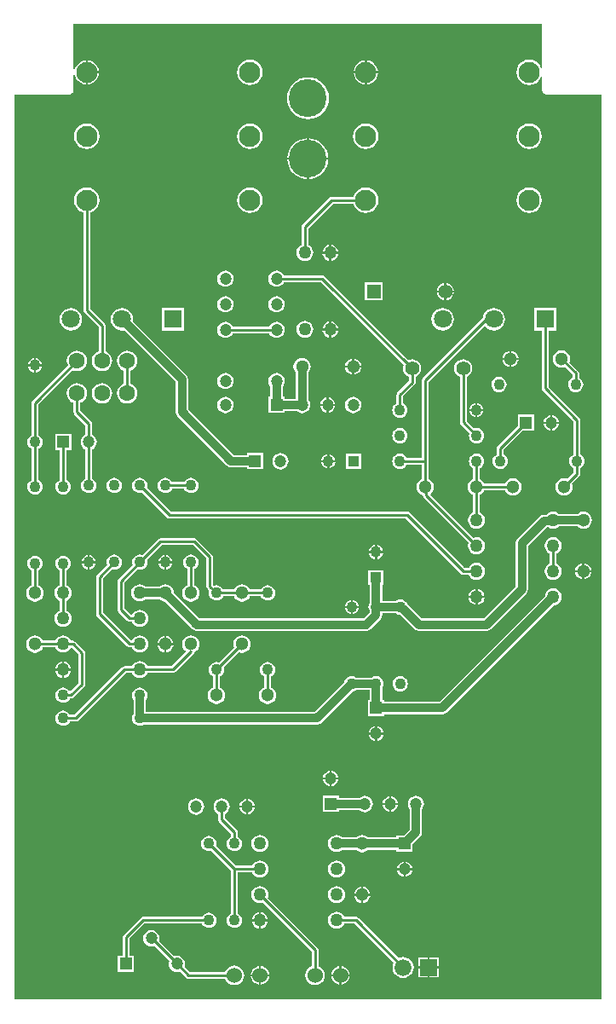
<source format=gbl>
G04*
G04 #@! TF.GenerationSoftware,Altium Limited,Altium Designer,19.0.12 (326)*
G04*
G04 Layer_Physical_Order=2*
G04 Layer_Color=16711680*
%FSLAX25Y25*%
%MOIN*%
G70*
G01*
G75*
%ADD12C,0.01000*%
%ADD37C,0.03200*%
%ADD38C,0.04724*%
%ADD39R,0.04724X0.04724*%
%ADD40C,0.06299*%
%ADD41R,0.04724X0.04724*%
%ADD42C,0.05000*%
%ADD43C,0.04331*%
%ADD44C,0.05512*%
%ADD45C,0.05118*%
%ADD46R,0.05512X0.05512*%
%ADD47R,0.07087X0.07087*%
%ADD48C,0.07087*%
%ADD49C,0.14765*%
%ADD50C,0.06600*%
%ADD51R,0.06600X0.06600*%
%ADD52C,0.06000*%
%ADD53C,0.08268*%
%ADD54C,0.04725*%
%ADD55R,0.04331X0.04331*%
%ADD56R,0.04331X0.04331*%
%ADD57C,0.03000*%
G36*
X207936Y356923D02*
X207436Y356823D01*
X207119Y357588D01*
X206328Y358619D01*
X205297Y359410D01*
X204097Y359907D01*
X202809Y360077D01*
X201521Y359907D01*
X200321Y359410D01*
X199290Y358619D01*
X198499Y357588D01*
X198002Y356388D01*
X197832Y355100D01*
X198002Y353812D01*
X198499Y352612D01*
X199290Y351581D01*
X200321Y350790D01*
X201521Y350293D01*
X202809Y350123D01*
X204097Y350293D01*
X205297Y350790D01*
X206328Y351581D01*
X207119Y352612D01*
X207436Y353377D01*
X207936Y353277D01*
Y348000D01*
X208052Y347415D01*
X208384Y346919D01*
X208880Y346587D01*
X209465Y346471D01*
X230971D01*
Y-7471D01*
X1529D01*
Y346471D01*
X23030D01*
X23615Y346587D01*
X24111Y346919D01*
X24443Y347415D01*
X24559Y348000D01*
Y353987D01*
X25059Y354020D01*
X25080Y353864D01*
X25557Y352713D01*
X26316Y351724D01*
X27305Y350965D01*
X28456Y350488D01*
X29292Y350378D01*
Y355100D01*
Y359822D01*
X28456Y359712D01*
X27305Y359235D01*
X26316Y358476D01*
X25557Y357487D01*
X25080Y356336D01*
X25059Y356180D01*
X24559Y356213D01*
Y373971D01*
X207936D01*
Y356923D01*
D02*
G37*
%LPC*%
G36*
X139311Y359822D02*
Y355500D01*
X143633D01*
X143523Y356336D01*
X143046Y357487D01*
X142287Y358476D01*
X141298Y359235D01*
X140147Y359712D01*
X139311Y359822D01*
D02*
G37*
G36*
X30092D02*
Y355500D01*
X34414D01*
X34304Y356336D01*
X33827Y357487D01*
X33068Y358476D01*
X32079Y359235D01*
X30928Y359712D01*
X30092Y359822D01*
D02*
G37*
G36*
X138511D02*
X137675Y359712D01*
X136524Y359235D01*
X135535Y358476D01*
X134776Y357487D01*
X134299Y356336D01*
X134189Y355500D01*
X138511D01*
Y359822D01*
D02*
G37*
G36*
X143633Y354700D02*
X139311D01*
Y350378D01*
X140147Y350488D01*
X141298Y350965D01*
X142287Y351724D01*
X143046Y352713D01*
X143523Y353864D01*
X143633Y354700D01*
D02*
G37*
G36*
X34414D02*
X30092D01*
Y350378D01*
X30928Y350488D01*
X32079Y350965D01*
X33068Y351724D01*
X33827Y352713D01*
X34304Y353864D01*
X34414Y354700D01*
D02*
G37*
G36*
X138511D02*
X134189D01*
X134299Y353864D01*
X134776Y352713D01*
X135535Y351724D01*
X136524Y350965D01*
X137675Y350488D01*
X138511Y350378D01*
Y354700D01*
D02*
G37*
G36*
X93590Y360077D02*
X92302Y359907D01*
X91102Y359410D01*
X90071Y358619D01*
X89280Y357588D01*
X88783Y356388D01*
X88613Y355100D01*
X88783Y353812D01*
X89280Y352612D01*
X90071Y351581D01*
X91102Y350790D01*
X92302Y350293D01*
X93590Y350123D01*
X94878Y350293D01*
X96078Y350790D01*
X97109Y351581D01*
X97900Y352612D01*
X98397Y353812D01*
X98567Y355100D01*
X98397Y356388D01*
X97900Y357588D01*
X97109Y358619D01*
X96078Y359410D01*
X94878Y359907D01*
X93590Y360077D01*
D02*
G37*
G36*
X116250Y353122D02*
X114646Y352964D01*
X113104Y352496D01*
X111682Y351736D01*
X110436Y350714D01*
X109414Y349468D01*
X108654Y348046D01*
X108186Y346504D01*
X108028Y344900D01*
X108186Y343296D01*
X108654Y341754D01*
X109414Y340332D01*
X110436Y339086D01*
X111682Y338064D01*
X113104Y337304D01*
X114646Y336836D01*
X116250Y336678D01*
X117854Y336836D01*
X119396Y337304D01*
X120818Y338064D01*
X122064Y339086D01*
X123086Y340332D01*
X123846Y341754D01*
X124314Y343296D01*
X124472Y344900D01*
X124314Y346504D01*
X123846Y348046D01*
X123086Y349468D01*
X122064Y350714D01*
X120818Y351736D01*
X119396Y352496D01*
X117854Y352964D01*
X116250Y353122D01*
D02*
G37*
G36*
X202809Y335077D02*
X201521Y334907D01*
X200321Y334410D01*
X199290Y333619D01*
X198499Y332588D01*
X198002Y331388D01*
X197832Y330100D01*
X198002Y328812D01*
X198499Y327612D01*
X199290Y326581D01*
X200321Y325790D01*
X201521Y325293D01*
X202809Y325123D01*
X204097Y325293D01*
X205297Y325790D01*
X206328Y326581D01*
X207119Y327612D01*
X207616Y328812D01*
X207786Y330100D01*
X207616Y331388D01*
X207119Y332588D01*
X206328Y333619D01*
X205297Y334410D01*
X204097Y334907D01*
X202809Y335077D01*
D02*
G37*
G36*
X138911D02*
X137623Y334907D01*
X136423Y334410D01*
X135392Y333619D01*
X134601Y332588D01*
X134104Y331388D01*
X133934Y330100D01*
X134104Y328812D01*
X134601Y327612D01*
X135392Y326581D01*
X136423Y325790D01*
X137623Y325293D01*
X138911Y325123D01*
X140199Y325293D01*
X141399Y325790D01*
X142430Y326581D01*
X143221Y327612D01*
X143718Y328812D01*
X143888Y330100D01*
X143718Y331388D01*
X143221Y332588D01*
X142430Y333619D01*
X141399Y334410D01*
X140199Y334907D01*
X138911Y335077D01*
D02*
G37*
G36*
X93590D02*
X92302Y334907D01*
X91102Y334410D01*
X90071Y333619D01*
X89280Y332588D01*
X88783Y331388D01*
X88613Y330100D01*
X88783Y328812D01*
X89280Y327612D01*
X90071Y326581D01*
X91102Y325790D01*
X92302Y325293D01*
X93590Y325123D01*
X94878Y325293D01*
X96078Y325790D01*
X97109Y326581D01*
X97900Y327612D01*
X98397Y328812D01*
X98567Y330100D01*
X98397Y331388D01*
X97900Y332588D01*
X97109Y333619D01*
X96078Y334410D01*
X94878Y334907D01*
X93590Y335077D01*
D02*
G37*
G36*
X29692D02*
X28404Y334907D01*
X27204Y334410D01*
X26173Y333619D01*
X25382Y332588D01*
X24885Y331388D01*
X24715Y330100D01*
X24885Y328812D01*
X25382Y327612D01*
X26173Y326581D01*
X27204Y325790D01*
X28404Y325293D01*
X29692Y325123D01*
X30980Y325293D01*
X32180Y325790D01*
X33211Y326581D01*
X34002Y327612D01*
X34499Y328812D01*
X34669Y330100D01*
X34499Y331388D01*
X34002Y332588D01*
X33211Y333619D01*
X32180Y334410D01*
X30980Y334907D01*
X29692Y335077D01*
D02*
G37*
G36*
X116650Y329259D02*
Y321678D01*
X124232D01*
X124117Y322843D01*
X123660Y324347D01*
X122919Y325734D01*
X121922Y326950D01*
X120706Y327947D01*
X119319Y328688D01*
X117815Y329145D01*
X116650Y329259D01*
D02*
G37*
G36*
X115850D02*
X114685Y329145D01*
X113180Y328688D01*
X111794Y327947D01*
X110578Y326950D01*
X109581Y325734D01*
X108840Y324347D01*
X108383Y322843D01*
X108268Y321678D01*
X115850D01*
Y329259D01*
D02*
G37*
G36*
X124232Y320878D02*
X116650D01*
Y313297D01*
X117815Y313411D01*
X119319Y313868D01*
X120706Y314609D01*
X121922Y315606D01*
X122919Y316822D01*
X123660Y318209D01*
X124117Y319713D01*
X124232Y320878D01*
D02*
G37*
G36*
X115850D02*
X108268D01*
X108383Y319713D01*
X108840Y318209D01*
X109581Y316822D01*
X110578Y315606D01*
X111794Y314609D01*
X113180Y313868D01*
X114685Y313411D01*
X115850Y313297D01*
Y320878D01*
D02*
G37*
G36*
X202809Y310077D02*
X201521Y309907D01*
X200321Y309410D01*
X199290Y308619D01*
X198499Y307588D01*
X198002Y306388D01*
X197832Y305100D01*
X198002Y303812D01*
X198499Y302612D01*
X199290Y301581D01*
X200321Y300790D01*
X201521Y300293D01*
X202809Y300123D01*
X204097Y300293D01*
X205297Y300790D01*
X206328Y301581D01*
X207119Y302612D01*
X207616Y303812D01*
X207786Y305100D01*
X207616Y306388D01*
X207119Y307588D01*
X206328Y308619D01*
X205297Y309410D01*
X204097Y309907D01*
X202809Y310077D01*
D02*
G37*
G36*
X138911D02*
X137623Y309907D01*
X136423Y309410D01*
X135392Y308619D01*
X134601Y307588D01*
X134119Y306425D01*
X125500D01*
X124993Y306325D01*
X124563Y306037D01*
X114063Y295537D01*
X113775Y295107D01*
X113674Y294600D01*
Y287523D01*
X113336Y287383D01*
X112646Y286854D01*
X112118Y286164D01*
X111785Y285362D01*
X111671Y284500D01*
X111785Y283639D01*
X112118Y282836D01*
X112646Y282146D01*
X113336Y281617D01*
X114138Y281285D01*
X115000Y281171D01*
X115861Y281285D01*
X116664Y281617D01*
X117354Y282146D01*
X117883Y282836D01*
X118215Y283639D01*
X118328Y284500D01*
X118215Y285362D01*
X117883Y286164D01*
X117354Y286854D01*
X116664Y287383D01*
X116325Y287523D01*
Y294051D01*
X126049Y303774D01*
X134119D01*
X134601Y302612D01*
X135392Y301581D01*
X136423Y300790D01*
X137623Y300293D01*
X138911Y300123D01*
X140199Y300293D01*
X141399Y300790D01*
X142430Y301581D01*
X143221Y302612D01*
X143718Y303812D01*
X143888Y305100D01*
X143718Y306388D01*
X143221Y307588D01*
X142430Y308619D01*
X141399Y309410D01*
X140199Y309907D01*
X138911Y310077D01*
D02*
G37*
G36*
X93590D02*
X92302Y309907D01*
X91102Y309410D01*
X90071Y308619D01*
X89280Y307588D01*
X88783Y306388D01*
X88613Y305100D01*
X88783Y303812D01*
X89280Y302612D01*
X90071Y301581D01*
X91102Y300790D01*
X92302Y300293D01*
X93590Y300123D01*
X94878Y300293D01*
X96078Y300790D01*
X97109Y301581D01*
X97900Y302612D01*
X98397Y303812D01*
X98567Y305100D01*
X98397Y306388D01*
X97900Y307588D01*
X97109Y308619D01*
X96078Y309410D01*
X94878Y309907D01*
X93590Y310077D01*
D02*
G37*
G36*
X125400Y287574D02*
Y284900D01*
X128074D01*
X128020Y285309D01*
X127708Y286063D01*
X127211Y286711D01*
X126563Y287208D01*
X125809Y287520D01*
X125400Y287574D01*
D02*
G37*
G36*
X124600D02*
X124191Y287520D01*
X123437Y287208D01*
X122789Y286711D01*
X122292Y286063D01*
X121980Y285309D01*
X121926Y284900D01*
X124600D01*
Y287574D01*
D02*
G37*
G36*
X128074Y284100D02*
X125400D01*
Y281426D01*
X125809Y281480D01*
X126563Y281792D01*
X127211Y282289D01*
X127708Y282937D01*
X128020Y283691D01*
X128074Y284100D01*
D02*
G37*
G36*
X124600D02*
X121926D01*
X121980Y283691D01*
X122292Y282937D01*
X122789Y282289D01*
X123437Y281792D01*
X124191Y281480D01*
X124600Y281426D01*
Y284100D01*
D02*
G37*
G36*
X84000Y277556D02*
X83174Y277447D01*
X82405Y277129D01*
X81744Y276622D01*
X81238Y275961D01*
X80919Y275192D01*
X80810Y274366D01*
X80919Y273540D01*
X81238Y272771D01*
X81744Y272111D01*
X82405Y271604D01*
X83174Y271285D01*
X84000Y271176D01*
X84826Y271285D01*
X85595Y271604D01*
X86256Y272111D01*
X86762Y272771D01*
X87081Y273540D01*
X87190Y274366D01*
X87081Y275192D01*
X86762Y275961D01*
X86256Y276622D01*
X85595Y277129D01*
X84826Y277447D01*
X84000Y277556D01*
D02*
G37*
G36*
X170400Y272732D02*
Y269800D01*
X173332D01*
X173270Y270276D01*
X172932Y271093D01*
X172394Y271794D01*
X171693Y272332D01*
X170876Y272670D01*
X170400Y272732D01*
D02*
G37*
G36*
X169600D02*
X169124Y272670D01*
X168307Y272332D01*
X167606Y271794D01*
X167069Y271093D01*
X166730Y270276D01*
X166668Y269800D01*
X169600D01*
Y272732D01*
D02*
G37*
G36*
X173332Y269000D02*
X170400D01*
Y266068D01*
X170876Y266130D01*
X171693Y266469D01*
X172394Y267006D01*
X172932Y267707D01*
X173270Y268524D01*
X173332Y269000D01*
D02*
G37*
G36*
X169600D02*
X166668D01*
X166730Y268524D01*
X167069Y267707D01*
X167606Y267006D01*
X168307Y266469D01*
X169124Y266130D01*
X169600Y266068D01*
Y269000D01*
D02*
G37*
G36*
X145556Y272956D02*
X138444D01*
Y265844D01*
X145556D01*
Y272956D01*
D02*
G37*
G36*
X104000Y267556D02*
X103174Y267447D01*
X102405Y267129D01*
X101744Y266622D01*
X101238Y265961D01*
X100919Y265192D01*
X100810Y264366D01*
X100919Y263541D01*
X101238Y262771D01*
X101744Y262111D01*
X102405Y261604D01*
X103174Y261285D01*
X104000Y261176D01*
X104826Y261285D01*
X105595Y261604D01*
X106255Y262111D01*
X106762Y262771D01*
X107081Y263541D01*
X107190Y264366D01*
X107081Y265192D01*
X106762Y265961D01*
X106255Y266622D01*
X105595Y267129D01*
X104826Y267447D01*
X104000Y267556D01*
D02*
G37*
G36*
X84000D02*
X83174Y267447D01*
X82405Y267129D01*
X81744Y266622D01*
X81238Y265961D01*
X80919Y265192D01*
X80810Y264366D01*
X80919Y263541D01*
X81238Y262771D01*
X81744Y262111D01*
X82405Y261604D01*
X83174Y261285D01*
X84000Y261176D01*
X84826Y261285D01*
X85595Y261604D01*
X86256Y262111D01*
X86762Y262771D01*
X87081Y263541D01*
X87190Y264366D01*
X87081Y265192D01*
X86762Y265961D01*
X86256Y266622D01*
X85595Y267129D01*
X84826Y267447D01*
X84000Y267556D01*
D02*
G37*
G36*
X104000Y257556D02*
X103174Y257447D01*
X102405Y257129D01*
X101744Y256622D01*
X101238Y255961D01*
X101126Y255692D01*
X86874D01*
X86762Y255961D01*
X86256Y256622D01*
X85595Y257129D01*
X84826Y257447D01*
X84000Y257556D01*
X83174Y257447D01*
X82405Y257129D01*
X81744Y256622D01*
X81238Y255961D01*
X80919Y255192D01*
X80810Y254366D01*
X80919Y253540D01*
X81238Y252771D01*
X81744Y252111D01*
X82405Y251604D01*
X83174Y251285D01*
X84000Y251176D01*
X84826Y251285D01*
X85595Y251604D01*
X86256Y252111D01*
X86762Y252771D01*
X86874Y253041D01*
X101126D01*
X101238Y252771D01*
X101744Y252111D01*
X102405Y251604D01*
X103174Y251285D01*
X104000Y251176D01*
X104826Y251285D01*
X105595Y251604D01*
X106255Y252111D01*
X106762Y252771D01*
X107081Y253540D01*
X107190Y254366D01*
X107081Y255192D01*
X106762Y255961D01*
X106255Y256622D01*
X105595Y257129D01*
X104826Y257447D01*
X104000Y257556D01*
D02*
G37*
G36*
X125400Y257574D02*
Y254900D01*
X128074D01*
X128020Y255309D01*
X127708Y256063D01*
X127211Y256711D01*
X126563Y257208D01*
X125809Y257520D01*
X125400Y257574D01*
D02*
G37*
G36*
X124600D02*
X124191Y257520D01*
X123437Y257208D01*
X122789Y256711D01*
X122292Y256063D01*
X121980Y255309D01*
X121926Y254900D01*
X124600D01*
Y257574D01*
D02*
G37*
G36*
X67844Y262843D02*
X59157D01*
Y254156D01*
X67844D01*
Y262843D01*
D02*
G37*
G36*
X189000Y262881D02*
X187866Y262732D01*
X186810Y262294D01*
X185902Y261598D01*
X185206Y260690D01*
X184768Y259634D01*
X184694Y259068D01*
X161263Y235637D01*
X160975Y235207D01*
X160874Y234700D01*
Y204326D01*
X154861D01*
X154790Y204496D01*
X154315Y205115D01*
X153695Y205590D01*
X152974Y205889D01*
X152200Y205991D01*
X151426Y205889D01*
X150705Y205590D01*
X150085Y205115D01*
X149610Y204496D01*
X149311Y203774D01*
X149209Y203000D01*
X149311Y202226D01*
X149610Y201504D01*
X150085Y200885D01*
X150705Y200410D01*
X151426Y200111D01*
X152200Y200009D01*
X152974Y200111D01*
X153695Y200410D01*
X154315Y200885D01*
X154790Y201504D01*
X154861Y201675D01*
X160874D01*
Y196087D01*
X160506Y195934D01*
X159804Y195396D01*
X159266Y194694D01*
X158928Y193877D01*
X158812Y193000D01*
X158928Y192123D01*
X159266Y191306D01*
X159804Y190604D01*
X160506Y190066D01*
X161278Y189746D01*
Y189663D01*
X161379Y189156D01*
X161666Y188726D01*
X179191Y171200D01*
X179051Y170861D01*
X178938Y170000D01*
X179051Y169139D01*
X179384Y168336D01*
X179912Y167646D01*
X180602Y167118D01*
X181405Y166785D01*
X182266Y166672D01*
X183128Y166785D01*
X183930Y167118D01*
X184620Y167646D01*
X185149Y168336D01*
X185481Y169139D01*
X185595Y170000D01*
X185481Y170861D01*
X185149Y171664D01*
X184620Y172354D01*
X183930Y172882D01*
X183128Y173215D01*
X182266Y173328D01*
X181405Y173215D01*
X181066Y173075D01*
X164264Y189876D01*
X164297Y190375D01*
X164596Y190604D01*
X165134Y191306D01*
X165472Y192123D01*
X165588Y193000D01*
X165472Y193877D01*
X165134Y194694D01*
X164596Y195396D01*
X163894Y195934D01*
X163525Y196087D01*
Y203000D01*
Y234151D01*
X185145Y255771D01*
X185644Y255738D01*
X185902Y255402D01*
X186810Y254706D01*
X187866Y254268D01*
X189000Y254119D01*
X190134Y254268D01*
X191191Y254706D01*
X192098Y255402D01*
X192794Y256310D01*
X193232Y257366D01*
X193381Y258500D01*
X193232Y259634D01*
X192794Y260690D01*
X192098Y261598D01*
X191191Y262294D01*
X190134Y262732D01*
X189000Y262881D01*
D02*
G37*
G36*
X169000D02*
X167866Y262732D01*
X166809Y262294D01*
X165902Y261598D01*
X165206Y260690D01*
X164768Y259634D01*
X164619Y258500D01*
X164768Y257366D01*
X165206Y256310D01*
X165902Y255402D01*
X166809Y254706D01*
X167866Y254268D01*
X169000Y254119D01*
X170134Y254268D01*
X171191Y254706D01*
X172098Y255402D01*
X172794Y256310D01*
X173232Y257366D01*
X173381Y258500D01*
X173232Y259634D01*
X172794Y260690D01*
X172098Y261598D01*
X171191Y262294D01*
X170134Y262732D01*
X169000Y262881D01*
D02*
G37*
G36*
X23500D02*
X22366Y262732D01*
X21309Y262294D01*
X20402Y261598D01*
X19706Y260690D01*
X19268Y259634D01*
X19119Y258500D01*
X19268Y257366D01*
X19706Y256310D01*
X20402Y255402D01*
X21309Y254706D01*
X22366Y254268D01*
X23500Y254119D01*
X24634Y254268D01*
X25690Y254706D01*
X26598Y255402D01*
X27294Y256310D01*
X27732Y257366D01*
X27881Y258500D01*
X27732Y259634D01*
X27294Y260690D01*
X26598Y261598D01*
X25690Y262294D01*
X24634Y262732D01*
X23500Y262881D01*
D02*
G37*
G36*
X128074Y254100D02*
X125400D01*
Y251426D01*
X125809Y251480D01*
X126563Y251792D01*
X127211Y252289D01*
X127708Y252937D01*
X128020Y253691D01*
X128074Y254100D01*
D02*
G37*
G36*
X124600D02*
X121926D01*
X121980Y253691D01*
X122292Y252937D01*
X122789Y252289D01*
X123437Y251792D01*
X124191Y251480D01*
X124600Y251426D01*
Y254100D01*
D02*
G37*
G36*
X115000Y257828D02*
X114138Y257715D01*
X113336Y257382D01*
X112646Y256854D01*
X112118Y256164D01*
X111785Y255362D01*
X111671Y254500D01*
X111785Y253639D01*
X112118Y252836D01*
X112646Y252146D01*
X113336Y251618D01*
X114138Y251285D01*
X115000Y251171D01*
X115861Y251285D01*
X116664Y251618D01*
X117354Y252146D01*
X117883Y252836D01*
X118215Y253639D01*
X118328Y254500D01*
X118215Y255362D01*
X117883Y256164D01*
X117354Y256854D01*
X116664Y257382D01*
X115861Y257715D01*
X115000Y257828D01*
D02*
G37*
G36*
X195900Y246134D02*
Y243400D01*
X198634D01*
X198578Y243825D01*
X198259Y244593D01*
X197753Y245253D01*
X197093Y245759D01*
X196325Y246078D01*
X195900Y246134D01*
D02*
G37*
G36*
X195100D02*
X194675Y246078D01*
X193907Y245759D01*
X193247Y245253D01*
X192741Y244593D01*
X192422Y243825D01*
X192366Y243400D01*
X195100D01*
Y246134D01*
D02*
G37*
G36*
X9900Y243237D02*
Y240900D01*
X12237D01*
X12194Y241222D01*
X11916Y241895D01*
X11472Y242472D01*
X10895Y242916D01*
X10222Y243194D01*
X9900Y243237D01*
D02*
G37*
G36*
X9100D02*
X8778Y243194D01*
X8105Y242916D01*
X7528Y242472D01*
X7084Y241895D01*
X6806Y241222D01*
X6763Y240900D01*
X9100D01*
Y243237D01*
D02*
G37*
G36*
X134400Y243134D02*
Y240400D01*
X137134D01*
X137078Y240825D01*
X136759Y241593D01*
X136253Y242253D01*
X135593Y242759D01*
X134825Y243078D01*
X134400Y243134D01*
D02*
G37*
G36*
X133600D02*
X133175Y243078D01*
X132407Y242759D01*
X131747Y242253D01*
X131241Y241593D01*
X130922Y240825D01*
X130866Y240400D01*
X133600D01*
Y243134D01*
D02*
G37*
G36*
X198634Y242600D02*
X195900D01*
Y239866D01*
X196325Y239922D01*
X197093Y240241D01*
X197753Y240747D01*
X198259Y241407D01*
X198578Y242175D01*
X198634Y242600D01*
D02*
G37*
G36*
X195100D02*
X192366D01*
X192422Y242175D01*
X192741Y241407D01*
X193247Y240747D01*
X193907Y240241D01*
X194675Y239922D01*
X195100Y239866D01*
Y242600D01*
D02*
G37*
G36*
X29692Y310077D02*
X28404Y309907D01*
X27204Y309410D01*
X26173Y308619D01*
X25382Y307588D01*
X24885Y306388D01*
X24715Y305100D01*
X24885Y303812D01*
X25382Y302612D01*
X26173Y301581D01*
X27204Y300790D01*
X28367Y300308D01*
Y262118D01*
X28467Y261610D01*
X28755Y261180D01*
X34391Y255544D01*
Y245915D01*
X33725Y245639D01*
X32900Y245006D01*
X32267Y244181D01*
X31869Y243220D01*
X31733Y242189D01*
X31869Y241158D01*
X32267Y240197D01*
X32900Y239372D01*
X33725Y238739D01*
X34686Y238341D01*
X35717Y238205D01*
X36748Y238341D01*
X37708Y238739D01*
X38533Y239372D01*
X39166Y240197D01*
X39564Y241158D01*
X39700Y242189D01*
X39564Y243220D01*
X39166Y244181D01*
X38533Y245006D01*
X37708Y245639D01*
X37042Y245915D01*
Y256093D01*
X36941Y256600D01*
X36654Y257030D01*
X31018Y262667D01*
Y300308D01*
X32180Y300790D01*
X33211Y301581D01*
X34002Y302612D01*
X34499Y303812D01*
X34669Y305100D01*
X34499Y306388D01*
X34002Y307588D01*
X33211Y308619D01*
X32180Y309410D01*
X30980Y309907D01*
X29692Y310077D01*
D02*
G37*
G36*
X25874Y246173D02*
X24843Y246037D01*
X23882Y245639D01*
X23057Y245006D01*
X22424Y244181D01*
X22026Y243220D01*
X21890Y242189D01*
X22026Y241158D01*
X22302Y240492D01*
X8563Y226752D01*
X8275Y226322D01*
X8174Y225815D01*
Y213161D01*
X8004Y213090D01*
X7385Y212615D01*
X6910Y211996D01*
X6611Y211274D01*
X6509Y210500D01*
X6611Y209726D01*
X6910Y209004D01*
X7385Y208385D01*
X8004Y207910D01*
X8174Y207839D01*
Y195661D01*
X8004Y195590D01*
X7385Y195115D01*
X6910Y194495D01*
X6611Y193774D01*
X6509Y193000D01*
X6611Y192226D01*
X6910Y191505D01*
X7385Y190885D01*
X8004Y190410D01*
X8726Y190111D01*
X9500Y190009D01*
X10274Y190111D01*
X10995Y190410D01*
X11615Y190885D01*
X12090Y191505D01*
X12389Y192226D01*
X12491Y193000D01*
X12389Y193774D01*
X12090Y194495D01*
X11615Y195115D01*
X10995Y195590D01*
X10825Y195661D01*
Y207839D01*
X10995Y207910D01*
X11615Y208385D01*
X12090Y209004D01*
X12389Y209726D01*
X12491Y210500D01*
X12389Y211274D01*
X12090Y211996D01*
X11615Y212615D01*
X10995Y213090D01*
X10825Y213161D01*
Y225266D01*
X24177Y238617D01*
X24843Y238341D01*
X25874Y238205D01*
X26905Y238341D01*
X27866Y238739D01*
X28691Y239372D01*
X29324Y240197D01*
X29722Y241158D01*
X29858Y242189D01*
X29722Y243220D01*
X29324Y244181D01*
X28691Y245006D01*
X27866Y245639D01*
X26905Y246037D01*
X25874Y246173D01*
D02*
G37*
G36*
X12237Y240100D02*
X9900D01*
Y237763D01*
X10222Y237806D01*
X10895Y238084D01*
X11472Y238528D01*
X11916Y239105D01*
X12194Y239778D01*
X12237Y240100D01*
D02*
G37*
G36*
X9100D02*
X6763D01*
X6806Y239778D01*
X7084Y239105D01*
X7528Y238528D01*
X8105Y238084D01*
X8778Y237806D01*
X9100Y237763D01*
Y240100D01*
D02*
G37*
G36*
X137134Y239600D02*
X134400D01*
Y236866D01*
X134825Y236922D01*
X135593Y237241D01*
X136253Y237747D01*
X136759Y238407D01*
X137078Y239175D01*
X137134Y239600D01*
D02*
G37*
G36*
X133600D02*
X130866D01*
X130922Y239175D01*
X131241Y238407D01*
X131747Y237747D01*
X132407Y237241D01*
X133175Y236922D01*
X133600Y236866D01*
Y239600D01*
D02*
G37*
G36*
X84000Y237556D02*
X83174Y237447D01*
X82405Y237129D01*
X81744Y236622D01*
X81238Y235961D01*
X80919Y235192D01*
X80810Y234366D01*
X80919Y233541D01*
X81238Y232771D01*
X81744Y232111D01*
X82405Y231604D01*
X83174Y231285D01*
X84000Y231176D01*
X84826Y231285D01*
X85595Y231604D01*
X86256Y232111D01*
X86762Y232771D01*
X87081Y233541D01*
X87190Y234366D01*
X87081Y235192D01*
X86762Y235961D01*
X86256Y236622D01*
X85595Y237129D01*
X84826Y237447D01*
X84000Y237556D01*
D02*
G37*
G36*
X215500Y246388D02*
X214623Y246272D01*
X213806Y245934D01*
X213104Y245396D01*
X212566Y244694D01*
X212228Y243877D01*
X212112Y243000D01*
X212228Y242123D01*
X212566Y241306D01*
X213104Y240604D01*
X213806Y240066D01*
X214623Y239727D01*
X215500Y239612D01*
X216377Y239727D01*
X216745Y239880D01*
X219674Y236951D01*
Y235661D01*
X219504Y235590D01*
X218885Y235115D01*
X218410Y234495D01*
X218111Y233774D01*
X218009Y233000D01*
X218111Y232226D01*
X218410Y231505D01*
X218885Y230885D01*
X219504Y230410D01*
X220226Y230111D01*
X221000Y230009D01*
X221774Y230111D01*
X222496Y230410D01*
X223115Y230885D01*
X223590Y231505D01*
X223889Y232226D01*
X223991Y233000D01*
X223889Y233774D01*
X223590Y234495D01*
X223115Y235115D01*
X222496Y235590D01*
X222325Y235661D01*
Y237500D01*
X222225Y238007D01*
X221937Y238437D01*
X218620Y241755D01*
X218773Y242123D01*
X218888Y243000D01*
X218773Y243877D01*
X218434Y244694D01*
X217896Y245396D01*
X217194Y245934D01*
X216377Y246272D01*
X215500Y246388D01*
D02*
G37*
G36*
X191000Y235991D02*
X190226Y235889D01*
X189505Y235590D01*
X188885Y235115D01*
X188410Y234495D01*
X188111Y233774D01*
X188009Y233000D01*
X188111Y232226D01*
X188410Y231505D01*
X188885Y230885D01*
X189505Y230410D01*
X190226Y230111D01*
X191000Y230009D01*
X191774Y230111D01*
X192496Y230410D01*
X193115Y230885D01*
X193590Y231505D01*
X193889Y232226D01*
X193991Y233000D01*
X193889Y233774D01*
X193590Y234495D01*
X193115Y235115D01*
X192496Y235590D01*
X191774Y235889D01*
X191000Y235991D01*
D02*
G37*
G36*
X114000Y243388D02*
X113123Y243272D01*
X112306Y242934D01*
X111604Y242396D01*
X111066Y241694D01*
X110728Y240877D01*
X110612Y240000D01*
X110728Y239123D01*
X111066Y238306D01*
X111553Y237671D01*
Y227447D01*
X107162D01*
Y228162D01*
X106447D01*
Y232360D01*
X106762Y232771D01*
X107081Y233541D01*
X107190Y234366D01*
X107081Y235192D01*
X106762Y235961D01*
X106255Y236622D01*
X105595Y237129D01*
X104826Y237447D01*
X104000Y237556D01*
X103174Y237447D01*
X102405Y237129D01*
X101744Y236622D01*
X101238Y235961D01*
X100919Y235192D01*
X100810Y234366D01*
X100919Y233541D01*
X101238Y232771D01*
X101553Y232360D01*
Y228162D01*
X100838D01*
Y221838D01*
X107162D01*
Y222553D01*
X111995D01*
X112405Y222238D01*
X113174Y221919D01*
X114000Y221811D01*
X114825Y221919D01*
X115595Y222238D01*
X116255Y222745D01*
X116762Y223405D01*
X117081Y224174D01*
X117189Y225000D01*
X117081Y225826D01*
X116762Y226595D01*
X116447Y227005D01*
Y237671D01*
X116934Y238306D01*
X117272Y239123D01*
X117388Y240000D01*
X117272Y240877D01*
X116934Y241694D01*
X116396Y242396D01*
X115694Y242934D01*
X114877Y243272D01*
X114000Y243388D01*
D02*
G37*
G36*
X45559Y246173D02*
X44528Y246037D01*
X43567Y245639D01*
X42742Y245006D01*
X42109Y244181D01*
X41711Y243220D01*
X41576Y242189D01*
X41711Y241158D01*
X42109Y240197D01*
X42742Y239372D01*
X43567Y238739D01*
X44234Y238463D01*
Y233316D01*
X43567Y233040D01*
X42742Y232407D01*
X42109Y231582D01*
X41711Y230622D01*
X41576Y229591D01*
X41711Y228559D01*
X42109Y227599D01*
X42742Y226774D01*
X43567Y226141D01*
X44528Y225743D01*
X45559Y225607D01*
X46590Y225743D01*
X47551Y226141D01*
X48376Y226774D01*
X49009Y227599D01*
X49407Y228559D01*
X49543Y229591D01*
X49407Y230622D01*
X49009Y231582D01*
X48376Y232407D01*
X47551Y233040D01*
X46885Y233316D01*
Y238463D01*
X47551Y238739D01*
X48376Y239372D01*
X49009Y240197D01*
X49407Y241158D01*
X49543Y242189D01*
X49407Y243220D01*
X49009Y244181D01*
X48376Y245006D01*
X47551Y245639D01*
X46590Y246037D01*
X45559Y246173D01*
D02*
G37*
G36*
X35717Y233574D02*
X34686Y233438D01*
X33725Y233040D01*
X32900Y232407D01*
X32267Y231582D01*
X31869Y230622D01*
X31733Y229591D01*
X31869Y228559D01*
X32267Y227599D01*
X32900Y226774D01*
X33725Y226141D01*
X34686Y225743D01*
X35717Y225607D01*
X36748Y225743D01*
X37708Y226141D01*
X38533Y226774D01*
X39166Y227599D01*
X39564Y228559D01*
X39700Y229591D01*
X39564Y230622D01*
X39166Y231582D01*
X38533Y232407D01*
X37708Y233040D01*
X36748Y233438D01*
X35717Y233574D01*
D02*
G37*
G36*
X124400Y227935D02*
Y225400D01*
X126935D01*
X126886Y225773D01*
X126587Y226494D01*
X126112Y227113D01*
X125494Y227587D01*
X124773Y227886D01*
X124400Y227935D01*
D02*
G37*
G36*
X123600D02*
X123227Y227886D01*
X122506Y227587D01*
X121888Y227113D01*
X121413Y226494D01*
X121114Y225773D01*
X121065Y225400D01*
X123600D01*
Y227935D01*
D02*
G37*
G36*
X182600Y225737D02*
Y223400D01*
X184937D01*
X184894Y223722D01*
X184616Y224395D01*
X184172Y224972D01*
X183595Y225416D01*
X182922Y225694D01*
X182600Y225737D01*
D02*
G37*
G36*
X181800D02*
X181478Y225694D01*
X180805Y225416D01*
X180228Y224972D01*
X179784Y224395D01*
X179506Y223722D01*
X179463Y223400D01*
X181800D01*
Y225737D01*
D02*
G37*
G36*
X126935Y224600D02*
X124400D01*
Y222065D01*
X124773Y222114D01*
X125494Y222413D01*
X126112Y222887D01*
X126587Y223506D01*
X126886Y224227D01*
X126935Y224600D01*
D02*
G37*
G36*
X123600D02*
X121065D01*
X121114Y224227D01*
X121413Y223506D01*
X121888Y222887D01*
X122506Y222413D01*
X123227Y222114D01*
X123600Y222065D01*
Y224600D01*
D02*
G37*
G36*
X134000Y228189D02*
X133175Y228081D01*
X132405Y227762D01*
X131745Y227255D01*
X131238Y226595D01*
X130919Y225826D01*
X130811Y225000D01*
X130919Y224174D01*
X131238Y223405D01*
X131745Y222745D01*
X132405Y222238D01*
X133175Y221919D01*
X134000Y221811D01*
X134826Y221919D01*
X135595Y222238D01*
X136255Y222745D01*
X136762Y223405D01*
X137081Y224174D01*
X137189Y225000D01*
X137081Y225826D01*
X136762Y226595D01*
X136255Y227255D01*
X135595Y227762D01*
X134826Y228081D01*
X134000Y228189D01*
D02*
G37*
G36*
X84000D02*
X83175Y228081D01*
X82405Y227762D01*
X81745Y227255D01*
X81238Y226595D01*
X80919Y225826D01*
X80811Y225000D01*
X80919Y224174D01*
X81238Y223405D01*
X81745Y222745D01*
X82405Y222238D01*
X83175Y221919D01*
X84000Y221811D01*
X84825Y221919D01*
X85595Y222238D01*
X86255Y222745D01*
X86762Y223405D01*
X87081Y224174D01*
X87189Y225000D01*
X87081Y225826D01*
X86762Y226595D01*
X86255Y227255D01*
X85595Y227762D01*
X84825Y228081D01*
X84000Y228189D01*
D02*
G37*
G36*
X184937Y222600D02*
X182600D01*
Y220263D01*
X182922Y220306D01*
X183595Y220584D01*
X184172Y221028D01*
X184616Y221605D01*
X184894Y222278D01*
X184937Y222600D01*
D02*
G37*
G36*
X181800D02*
X179463D01*
X179506Y222278D01*
X179784Y221605D01*
X180228Y221028D01*
X180805Y220584D01*
X181478Y220306D01*
X181800Y220263D01*
Y222600D01*
D02*
G37*
G36*
X104000Y277556D02*
X103174Y277447D01*
X102405Y277129D01*
X101744Y276622D01*
X101238Y275961D01*
X100919Y275192D01*
X100810Y274366D01*
X100919Y273540D01*
X101238Y272771D01*
X101744Y272111D01*
X102405Y271604D01*
X103174Y271285D01*
X104000Y271176D01*
X104826Y271285D01*
X105595Y271604D01*
X106255Y272111D01*
X106762Y272771D01*
X106874Y273041D01*
X121385D01*
X153729Y240696D01*
X153535Y240228D01*
X153413Y239300D01*
X153535Y238372D01*
X153894Y237507D01*
X154464Y236764D01*
X155207Y236194D01*
X155675Y236000D01*
Y234323D01*
X151263Y229911D01*
X150975Y229481D01*
X150874Y228974D01*
Y225661D01*
X150705Y225590D01*
X150085Y225115D01*
X149610Y224496D01*
X149311Y223774D01*
X149209Y223000D01*
X149311Y222226D01*
X149610Y221504D01*
X150085Y220885D01*
X150705Y220410D01*
X151426Y220111D01*
X152200Y220009D01*
X152974Y220111D01*
X153695Y220410D01*
X154315Y220885D01*
X154790Y221504D01*
X155089Y222226D01*
X155191Y223000D01*
X155089Y223774D01*
X154790Y224496D01*
X154315Y225115D01*
X153695Y225590D01*
X153525Y225661D01*
Y228425D01*
X157937Y232837D01*
X158225Y233267D01*
X158326Y233774D01*
X158326Y233774D01*
Y236000D01*
X158793Y236194D01*
X159536Y236764D01*
X160106Y237507D01*
X160465Y238372D01*
X160587Y239300D01*
X160465Y240228D01*
X160106Y241093D01*
X159536Y241836D01*
X158793Y242406D01*
X157928Y242764D01*
X157000Y242887D01*
X156072Y242764D01*
X155604Y242571D01*
X122871Y275303D01*
X122441Y275591D01*
X121934Y275692D01*
X106874D01*
X106762Y275961D01*
X106255Y276622D01*
X105595Y277129D01*
X104826Y277447D01*
X104000Y277556D01*
D02*
G37*
G36*
X211900Y220935D02*
Y218400D01*
X214435D01*
X214386Y218773D01*
X214087Y219494D01*
X213613Y220112D01*
X212994Y220587D01*
X212273Y220886D01*
X211900Y220935D01*
D02*
G37*
G36*
X211100D02*
X210727Y220886D01*
X210006Y220587D01*
X209387Y220112D01*
X208913Y219494D01*
X208614Y218773D01*
X208565Y218400D01*
X211100D01*
Y220935D01*
D02*
G37*
G36*
X214435Y217600D02*
X211900D01*
Y215065D01*
X212273Y215114D01*
X212994Y215413D01*
X213613Y215887D01*
X214087Y216506D01*
X214386Y217227D01*
X214435Y217600D01*
D02*
G37*
G36*
X211100D02*
X208565D01*
X208614Y217227D01*
X208913Y216506D01*
X209387Y215887D01*
X210006Y215413D01*
X210727Y215114D01*
X211100Y215065D01*
Y217600D01*
D02*
G37*
G36*
X177000Y242887D02*
X176072Y242764D01*
X175207Y242406D01*
X174464Y241836D01*
X173894Y241093D01*
X173536Y240228D01*
X173413Y239300D01*
X173536Y238372D01*
X173894Y237507D01*
X174464Y236764D01*
X175207Y236194D01*
X175674Y236000D01*
Y218200D01*
X175775Y217693D01*
X176063Y217263D01*
X179381Y213944D01*
X179311Y213774D01*
X179209Y213000D01*
X179311Y212226D01*
X179610Y211505D01*
X180085Y210885D01*
X180704Y210410D01*
X181426Y210111D01*
X182200Y210009D01*
X182974Y210111D01*
X183695Y210410D01*
X184315Y210885D01*
X184790Y211505D01*
X185089Y212226D01*
X185191Y213000D01*
X185089Y213774D01*
X184790Y214495D01*
X184315Y215115D01*
X183695Y215590D01*
X182974Y215889D01*
X182200Y215991D01*
X181426Y215889D01*
X181256Y215819D01*
X178325Y218749D01*
Y236000D01*
X178793Y236194D01*
X179536Y236764D01*
X180106Y237507D01*
X180464Y238372D01*
X180587Y239300D01*
X180464Y240228D01*
X180106Y241093D01*
X179536Y241836D01*
X178793Y242406D01*
X177928Y242764D01*
X177000Y242887D01*
D02*
G37*
G36*
X152200Y215991D02*
X151426Y215889D01*
X150705Y215590D01*
X150085Y215115D01*
X149610Y214495D01*
X149311Y213774D01*
X149209Y213000D01*
X149311Y212226D01*
X149610Y211505D01*
X150085Y210885D01*
X150705Y210410D01*
X151426Y210111D01*
X152200Y210009D01*
X152974Y210111D01*
X153695Y210410D01*
X154315Y210885D01*
X154790Y211505D01*
X155089Y212226D01*
X155191Y213000D01*
X155089Y213774D01*
X154790Y214495D01*
X154315Y215115D01*
X153695Y215590D01*
X152974Y215889D01*
X152200Y215991D01*
D02*
G37*
G36*
X124627Y205737D02*
Y203400D01*
X126963D01*
X126921Y203722D01*
X126642Y204395D01*
X126199Y204972D01*
X125621Y205416D01*
X124949Y205694D01*
X124627Y205737D01*
D02*
G37*
G36*
X123827D02*
X123505Y205694D01*
X122832Y205416D01*
X122254Y204972D01*
X121811Y204395D01*
X121532Y203722D01*
X121490Y203400D01*
X123827D01*
Y205737D01*
D02*
G37*
G36*
X126963Y202600D02*
X124627D01*
Y200263D01*
X124949Y200306D01*
X125621Y200584D01*
X126199Y201028D01*
X126642Y201605D01*
X126921Y202278D01*
X126963Y202600D01*
D02*
G37*
G36*
X123827D02*
X121490D01*
X121532Y202278D01*
X121811Y201605D01*
X122254Y201028D01*
X122832Y200584D01*
X123505Y200306D01*
X123827Y200263D01*
Y202600D01*
D02*
G37*
G36*
X137192Y205965D02*
X131261D01*
Y200034D01*
X137192D01*
Y205965D01*
D02*
G37*
G36*
X204662Y221162D02*
X198338D01*
Y216712D01*
X190563Y208937D01*
X190275Y208507D01*
X190174Y208000D01*
Y205661D01*
X190005Y205590D01*
X189385Y205115D01*
X188910Y204496D01*
X188611Y203774D01*
X188509Y203000D01*
X188611Y202226D01*
X188910Y201504D01*
X189385Y200885D01*
X190005Y200410D01*
X190726Y200111D01*
X191500Y200009D01*
X192274Y200111D01*
X192996Y200410D01*
X193615Y200885D01*
X194090Y201504D01*
X194389Y202226D01*
X194491Y203000D01*
X194389Y203774D01*
X194090Y204496D01*
X193615Y205115D01*
X192996Y205590D01*
X192825Y205661D01*
Y207451D01*
X200213Y214838D01*
X204662D01*
Y221162D01*
D02*
G37*
G36*
X43500Y262881D02*
X42366Y262732D01*
X41309Y262294D01*
X40402Y261598D01*
X39706Y260690D01*
X39268Y259634D01*
X39119Y258500D01*
X39268Y257366D01*
X39706Y256310D01*
X40402Y255402D01*
X41309Y254706D01*
X42366Y254268D01*
X43500Y254119D01*
X44313Y254226D01*
X64553Y233986D01*
Y222255D01*
X64739Y221319D01*
X65270Y220525D01*
X84525Y201270D01*
X85319Y200739D01*
X86255Y200553D01*
X92338D01*
Y199838D01*
X98662D01*
Y206162D01*
X92338D01*
Y205447D01*
X87269D01*
X69447Y223269D01*
Y235000D01*
X69261Y235936D01*
X68730Y236730D01*
X47774Y257687D01*
X47881Y258500D01*
X47732Y259634D01*
X47294Y260690D01*
X46598Y261598D01*
X45691Y262294D01*
X44634Y262732D01*
X43500Y262881D01*
D02*
G37*
G36*
X105500Y206189D02*
X104674Y206081D01*
X103905Y205762D01*
X103245Y205255D01*
X102738Y204595D01*
X102419Y203825D01*
X102311Y203000D01*
X102419Y202174D01*
X102738Y201405D01*
X103245Y200745D01*
X103905Y200238D01*
X104674Y199919D01*
X105500Y199811D01*
X106325Y199919D01*
X107095Y200238D01*
X107755Y200745D01*
X108262Y201405D01*
X108581Y202174D01*
X108689Y203000D01*
X108581Y203825D01*
X108262Y204595D01*
X107755Y205255D01*
X107095Y205762D01*
X106325Y206081D01*
X105500Y206189D01*
D02*
G37*
G36*
X213344Y262843D02*
X204657D01*
Y254156D01*
X207675D01*
Y231528D01*
X207775Y231020D01*
X208063Y230590D01*
X220175Y218479D01*
Y205661D01*
X220005Y205590D01*
X219385Y205115D01*
X218910Y204496D01*
X218611Y203774D01*
X218509Y203000D01*
X218611Y202226D01*
X218910Y201504D01*
X219385Y200885D01*
X220005Y200410D01*
X220175Y200339D01*
Y198549D01*
X217745Y196120D01*
X217377Y196273D01*
X216500Y196388D01*
X215623Y196273D01*
X214806Y195934D01*
X214104Y195396D01*
X213566Y194694D01*
X213228Y193877D01*
X213112Y193000D01*
X213228Y192123D01*
X213566Y191306D01*
X214104Y190604D01*
X214806Y190066D01*
X215623Y189727D01*
X216500Y189612D01*
X217377Y189727D01*
X218194Y190066D01*
X218896Y190604D01*
X219434Y191306D01*
X219773Y192123D01*
X219888Y193000D01*
X219773Y193877D01*
X219620Y194245D01*
X222437Y197063D01*
X222725Y197493D01*
X222826Y198000D01*
Y200339D01*
X222995Y200410D01*
X223615Y200885D01*
X224090Y201504D01*
X224389Y202226D01*
X224491Y203000D01*
X224389Y203774D01*
X224090Y204496D01*
X223615Y205115D01*
X222995Y205590D01*
X222826Y205661D01*
Y219028D01*
X222725Y219535D01*
X222437Y219965D01*
X210326Y232077D01*
Y254156D01*
X213344D01*
Y262843D01*
D02*
G37*
G36*
X70500Y196491D02*
X69726Y196389D01*
X69004Y196090D01*
X68385Y195615D01*
X67910Y194995D01*
X67839Y194825D01*
X63161D01*
X63090Y194995D01*
X62615Y195615D01*
X61996Y196090D01*
X61274Y196389D01*
X60500Y196491D01*
X59726Y196389D01*
X59004Y196090D01*
X58385Y195615D01*
X57910Y194995D01*
X57611Y194274D01*
X57509Y193500D01*
X57611Y192726D01*
X57910Y192005D01*
X58385Y191385D01*
X59004Y190910D01*
X59726Y190611D01*
X60500Y190509D01*
X61274Y190611D01*
X61996Y190910D01*
X62615Y191385D01*
X63090Y192005D01*
X63161Y192174D01*
X67839D01*
X67910Y192005D01*
X68385Y191385D01*
X69004Y190910D01*
X69726Y190611D01*
X70500Y190509D01*
X71274Y190611D01*
X71996Y190910D01*
X72615Y191385D01*
X73090Y192005D01*
X73389Y192726D01*
X73491Y193500D01*
X73389Y194274D01*
X73090Y194995D01*
X72615Y195615D01*
X71996Y196090D01*
X71274Y196389D01*
X70500Y196491D01*
D02*
G37*
G36*
X40500D02*
X39726Y196389D01*
X39004Y196090D01*
X38385Y195615D01*
X37910Y194995D01*
X37611Y194274D01*
X37509Y193500D01*
X37611Y192726D01*
X37910Y192005D01*
X38385Y191385D01*
X39004Y190910D01*
X39726Y190611D01*
X40500Y190509D01*
X41274Y190611D01*
X41995Y190910D01*
X42615Y191385D01*
X43090Y192005D01*
X43389Y192726D01*
X43491Y193500D01*
X43389Y194274D01*
X43090Y194995D01*
X42615Y195615D01*
X41995Y196090D01*
X41274Y196389D01*
X40500Y196491D01*
D02*
G37*
G36*
X25874Y233574D02*
X24843Y233438D01*
X23882Y233040D01*
X23057Y232407D01*
X22424Y231582D01*
X22026Y230622D01*
X21890Y229591D01*
X22026Y228559D01*
X22424Y227599D01*
X23057Y226774D01*
X23882Y226141D01*
X24548Y225865D01*
Y222318D01*
X24649Y221811D01*
X24937Y221381D01*
X29175Y217143D01*
Y213373D01*
X28905Y213262D01*
X28245Y212755D01*
X27738Y212095D01*
X27419Y211326D01*
X27311Y210500D01*
X27419Y209675D01*
X27738Y208905D01*
X28245Y208245D01*
X28905Y207738D01*
X29175Y207627D01*
Y196161D01*
X29004Y196090D01*
X28385Y195615D01*
X27910Y194995D01*
X27611Y194274D01*
X27509Y193500D01*
X27611Y192726D01*
X27910Y192005D01*
X28385Y191385D01*
X29004Y190910D01*
X29726Y190611D01*
X30500Y190509D01*
X31274Y190611D01*
X31995Y190910D01*
X32615Y191385D01*
X33090Y192005D01*
X33389Y192726D01*
X33491Y193500D01*
X33389Y194274D01*
X33090Y194995D01*
X32615Y195615D01*
X31995Y196090D01*
X31826Y196161D01*
Y207627D01*
X32095Y207738D01*
X32755Y208245D01*
X33262Y208905D01*
X33581Y209675D01*
X33689Y210500D01*
X33581Y211326D01*
X33262Y212095D01*
X32755Y212755D01*
X32095Y213262D01*
X31826Y213373D01*
Y217692D01*
X31725Y218199D01*
X31437Y218629D01*
X27200Y222867D01*
Y225865D01*
X27866Y226141D01*
X28691Y226774D01*
X29324Y227599D01*
X29722Y228559D01*
X29858Y229591D01*
X29722Y230622D01*
X29324Y231582D01*
X28691Y232407D01*
X27866Y233040D01*
X26905Y233438D01*
X25874Y233574D01*
D02*
G37*
G36*
X23662Y213662D02*
X17338D01*
Y207338D01*
X19174D01*
Y195661D01*
X19004Y195590D01*
X18385Y195115D01*
X17910Y194495D01*
X17611Y193774D01*
X17509Y193000D01*
X17611Y192226D01*
X17910Y191505D01*
X18385Y190885D01*
X19004Y190410D01*
X19726Y190111D01*
X20500Y190009D01*
X21274Y190111D01*
X21995Y190410D01*
X22615Y190885D01*
X23090Y191505D01*
X23389Y192226D01*
X23491Y193000D01*
X23389Y193774D01*
X23090Y194495D01*
X22615Y195115D01*
X21995Y195590D01*
X21825Y195661D01*
Y207338D01*
X23662D01*
Y213662D01*
D02*
G37*
G36*
X182200Y205991D02*
X181426Y205889D01*
X180704Y205590D01*
X180085Y205115D01*
X179610Y204496D01*
X179311Y203774D01*
X179209Y203000D01*
X179311Y202226D01*
X179610Y201504D01*
X180085Y200885D01*
X180704Y200410D01*
X180875Y200339D01*
Y196087D01*
X180506Y195934D01*
X179804Y195396D01*
X179266Y194694D01*
X178928Y193877D01*
X178812Y193000D01*
X178928Y192123D01*
X179266Y191306D01*
X179804Y190604D01*
X180506Y190066D01*
X180941Y189886D01*
Y183023D01*
X180602Y182882D01*
X179912Y182354D01*
X179384Y181664D01*
X179051Y180861D01*
X178938Y180000D01*
X179051Y179139D01*
X179384Y178336D01*
X179912Y177646D01*
X180602Y177118D01*
X181405Y176785D01*
X182266Y176672D01*
X183128Y176785D01*
X183930Y177118D01*
X184620Y177646D01*
X185149Y178336D01*
X185481Y179139D01*
X185595Y180000D01*
X185481Y180861D01*
X185149Y181664D01*
X184620Y182354D01*
X183930Y182882D01*
X183592Y183023D01*
Y189941D01*
X183894Y190066D01*
X184596Y190604D01*
X185134Y191306D01*
X185287Y191674D01*
X193413D01*
X193566Y191306D01*
X194104Y190604D01*
X194806Y190066D01*
X195623Y189727D01*
X196500Y189612D01*
X197377Y189727D01*
X198194Y190066D01*
X198896Y190604D01*
X199434Y191306D01*
X199773Y192123D01*
X199888Y193000D01*
X199773Y193877D01*
X199434Y194694D01*
X198896Y195396D01*
X198194Y195934D01*
X197377Y196273D01*
X196500Y196388D01*
X195623Y196273D01*
X194806Y195934D01*
X194104Y195396D01*
X193566Y194694D01*
X193413Y194325D01*
X185287D01*
X185134Y194694D01*
X184596Y195396D01*
X183894Y195934D01*
X183526Y196087D01*
Y200339D01*
X183695Y200410D01*
X184315Y200885D01*
X184790Y201504D01*
X185089Y202226D01*
X185191Y203000D01*
X185089Y203774D01*
X184790Y204496D01*
X184315Y205115D01*
X183695Y205590D01*
X182974Y205889D01*
X182200Y205991D01*
D02*
G37*
G36*
X224000Y183388D02*
X223123Y183273D01*
X222306Y182934D01*
X221671Y182447D01*
X214498D01*
X213930Y182882D01*
X213128Y183215D01*
X212266Y183328D01*
X211405Y183215D01*
X210602Y182882D01*
X209912Y182354D01*
X209756Y182149D01*
X208640D01*
X207704Y181963D01*
X206910Y181433D01*
X198270Y172793D01*
X197739Y171999D01*
X197553Y171062D01*
Y154014D01*
X185133Y141593D01*
X160671D01*
X155147Y147118D01*
X154990Y147496D01*
X154515Y148115D01*
X153896Y148590D01*
X153174Y148889D01*
X152400Y148991D01*
X151626Y148889D01*
X150905Y148590D01*
X150718Y148447D01*
X145347D01*
Y154534D01*
X145865D01*
Y160466D01*
X139935D01*
Y154534D01*
X140453D01*
Y147682D01*
X140310Y147496D01*
X140011Y146774D01*
X139909Y146000D01*
X140011Y145226D01*
X140310Y144504D01*
X140453Y144318D01*
Y144023D01*
X138024Y141593D01*
X73867D01*
X63877Y151584D01*
X63772Y152377D01*
X63434Y153194D01*
X62896Y153896D01*
X62194Y154434D01*
X61377Y154772D01*
X60500Y154888D01*
X59623Y154772D01*
X58806Y154434D01*
X58171Y153947D01*
X52732D01*
X52164Y154383D01*
X51362Y154715D01*
X50500Y154829D01*
X49639Y154715D01*
X48836Y154383D01*
X48146Y153854D01*
X47618Y153164D01*
X47285Y152362D01*
X47172Y151500D01*
X47285Y150638D01*
X47618Y149836D01*
X48146Y149146D01*
X48836Y148617D01*
X49639Y148285D01*
X50500Y148171D01*
X51362Y148285D01*
X52164Y148617D01*
X52732Y149053D01*
X58171D01*
X58806Y148566D01*
X59623Y148228D01*
X60416Y148123D01*
X71123Y137416D01*
X71917Y136886D01*
X72854Y136699D01*
X139038D01*
X139974Y136886D01*
X140768Y137416D01*
X144630Y141279D01*
X145161Y142072D01*
X145347Y143009D01*
Y143553D01*
X150718D01*
X150905Y143410D01*
X151626Y143111D01*
X152325Y143019D01*
X157928Y137416D01*
X158721Y136886D01*
X159658Y136699D01*
X186146D01*
X187083Y136886D01*
X187877Y137416D01*
X201730Y151270D01*
X202261Y152064D01*
X202447Y153000D01*
Y170049D01*
X209654Y177255D01*
X210422D01*
X210602Y177118D01*
X211405Y176785D01*
X212266Y176672D01*
X213128Y176785D01*
X213930Y177118D01*
X214498Y177553D01*
X221671D01*
X222306Y177066D01*
X223123Y176727D01*
X224000Y176612D01*
X224877Y176727D01*
X225694Y177066D01*
X226396Y177604D01*
X226934Y178306D01*
X227273Y179123D01*
X227388Y180000D01*
X227273Y180877D01*
X226934Y181694D01*
X226396Y182396D01*
X225694Y182934D01*
X224877Y183273D01*
X224000Y183388D01*
D02*
G37*
G36*
X143300Y170237D02*
Y167900D01*
X145637D01*
X145594Y168222D01*
X145316Y168895D01*
X144872Y169472D01*
X144295Y169916D01*
X143622Y170194D01*
X143300Y170237D01*
D02*
G37*
G36*
X142500D02*
X142178Y170194D01*
X141505Y169916D01*
X140928Y169472D01*
X140484Y168895D01*
X140206Y168222D01*
X140163Y167900D01*
X142500D01*
Y170237D01*
D02*
G37*
G36*
Y167100D02*
X140163D01*
X140206Y166778D01*
X140484Y166105D01*
X140928Y165528D01*
X141505Y165084D01*
X142178Y164806D01*
X142500Y164763D01*
Y167100D01*
D02*
G37*
G36*
X145637D02*
X143300D01*
Y164763D01*
X143622Y164806D01*
X144295Y165084D01*
X144872Y165528D01*
X145316Y166105D01*
X145594Y166778D01*
X145637Y167100D01*
D02*
G37*
G36*
X60900Y166237D02*
Y163900D01*
X63237D01*
X63194Y164222D01*
X62916Y164895D01*
X62472Y165472D01*
X61895Y165916D01*
X61222Y166194D01*
X60900Y166237D01*
D02*
G37*
G36*
X30900D02*
Y163900D01*
X33237D01*
X33194Y164222D01*
X32916Y164895D01*
X32472Y165472D01*
X31895Y165916D01*
X31222Y166194D01*
X30900Y166237D01*
D02*
G37*
G36*
X30100D02*
X29778Y166194D01*
X29105Y165916D01*
X28528Y165472D01*
X28084Y164895D01*
X27806Y164222D01*
X27763Y163900D01*
X30100D01*
Y166237D01*
D02*
G37*
G36*
X60100D02*
X59778Y166194D01*
X59105Y165916D01*
X58528Y165472D01*
X58084Y164895D01*
X57806Y164222D01*
X57763Y163900D01*
X60100D01*
Y166237D01*
D02*
G37*
G36*
X63237Y163100D02*
X60900D01*
Y160763D01*
X61222Y160806D01*
X61895Y161084D01*
X62472Y161528D01*
X62916Y162105D01*
X63194Y162778D01*
X63237Y163100D01*
D02*
G37*
G36*
X33237D02*
X30900D01*
Y160763D01*
X31222Y160806D01*
X31895Y161084D01*
X32472Y161528D01*
X32916Y162105D01*
X33194Y162778D01*
X33237Y163100D01*
D02*
G37*
G36*
X30100D02*
X27763D01*
X27806Y162778D01*
X28084Y162105D01*
X28528Y161528D01*
X29105Y161084D01*
X29778Y160806D01*
X30100Y160763D01*
Y163100D01*
D02*
G37*
G36*
X60100D02*
X57763D01*
X57806Y162778D01*
X58084Y162105D01*
X58528Y161528D01*
X59105Y161084D01*
X59778Y160806D01*
X60100Y160763D01*
Y163100D01*
D02*
G37*
G36*
X40500Y166491D02*
X39726Y166389D01*
X39004Y166090D01*
X38385Y165615D01*
X37910Y164996D01*
X37611Y164274D01*
X37509Y163500D01*
X37611Y162726D01*
X37681Y162556D01*
X33838Y158713D01*
X33551Y158283D01*
X33450Y157775D01*
Y143225D01*
X33551Y142717D01*
X33838Y142287D01*
X45563Y130563D01*
X45993Y130275D01*
X46500Y130175D01*
X47477D01*
X47618Y129836D01*
X48146Y129146D01*
X48836Y128618D01*
X49639Y128285D01*
X50500Y128172D01*
X51362Y128285D01*
X52164Y128618D01*
X52854Y129146D01*
X53383Y129836D01*
X53715Y130639D01*
X53829Y131500D01*
X53715Y132361D01*
X53383Y133164D01*
X52854Y133854D01*
X52164Y134382D01*
X51362Y134715D01*
X50500Y134828D01*
X49639Y134715D01*
X48836Y134382D01*
X48146Y133854D01*
X47618Y133164D01*
X47513Y132912D01*
X47015Y132859D01*
X36101Y143774D01*
Y157226D01*
X39556Y160681D01*
X39726Y160611D01*
X40500Y160509D01*
X41274Y160611D01*
X41995Y160910D01*
X42615Y161385D01*
X43090Y162004D01*
X43389Y162726D01*
X43491Y163500D01*
X43389Y164274D01*
X43090Y164996D01*
X42615Y165615D01*
X41995Y166090D01*
X41274Y166389D01*
X40500Y166491D01*
D02*
G37*
G36*
X224400Y163134D02*
Y160400D01*
X227134D01*
X227078Y160825D01*
X226759Y161593D01*
X226253Y162253D01*
X225593Y162759D01*
X224825Y163078D01*
X224400Y163134D01*
D02*
G37*
G36*
X223600D02*
X223175Y163078D01*
X222407Y162759D01*
X221747Y162253D01*
X221241Y161593D01*
X220922Y160825D01*
X220866Y160400D01*
X223600D01*
Y163134D01*
D02*
G37*
G36*
X227134Y159600D02*
X224400D01*
Y156866D01*
X224825Y156922D01*
X225593Y157241D01*
X226253Y157747D01*
X226759Y158407D01*
X227078Y159175D01*
X227134Y159600D01*
D02*
G37*
G36*
X223600D02*
X220866D01*
X220922Y159175D01*
X221241Y158407D01*
X221747Y157747D01*
X222407Y157241D01*
X223175Y156922D01*
X223600Y156866D01*
Y159600D01*
D02*
G37*
G36*
X212266Y173328D02*
X211405Y173215D01*
X210602Y172882D01*
X209912Y172354D01*
X209384Y171664D01*
X209051Y170861D01*
X208938Y170000D01*
X209051Y169139D01*
X209384Y168336D01*
X209912Y167646D01*
X210602Y167118D01*
X210941Y166977D01*
Y163023D01*
X210602Y162882D01*
X209912Y162354D01*
X209384Y161664D01*
X209051Y160862D01*
X208938Y160000D01*
X209051Y159139D01*
X209384Y158336D01*
X209912Y157646D01*
X210602Y157117D01*
X211405Y156785D01*
X212266Y156672D01*
X213128Y156785D01*
X213930Y157117D01*
X214620Y157646D01*
X215149Y158336D01*
X215481Y159139D01*
X215595Y160000D01*
X215481Y160862D01*
X215149Y161664D01*
X214620Y162354D01*
X213930Y162882D01*
X213592Y163023D01*
Y166977D01*
X213930Y167118D01*
X214620Y167646D01*
X215149Y168336D01*
X215481Y169139D01*
X215595Y170000D01*
X215481Y170861D01*
X215149Y171664D01*
X214620Y172354D01*
X213930Y172882D01*
X213128Y173215D01*
X212266Y173328D01*
D02*
G37*
G36*
X50500Y196491D02*
X49726Y196389D01*
X49005Y196090D01*
X48385Y195615D01*
X47910Y194995D01*
X47611Y194274D01*
X47509Y193500D01*
X47611Y192726D01*
X47910Y192005D01*
X48385Y191385D01*
X49005Y190910D01*
X49726Y190611D01*
X50500Y190509D01*
X51274Y190611D01*
X51444Y190681D01*
X61100Y181026D01*
X61530Y180738D01*
X62037Y180638D01*
X154488D01*
X176063Y159063D01*
X176493Y158775D01*
X177000Y158675D01*
X179243D01*
X179384Y158336D01*
X179912Y157646D01*
X180602Y157117D01*
X181405Y156785D01*
X182266Y156672D01*
X183128Y156785D01*
X183930Y157117D01*
X184620Y157646D01*
X185149Y158336D01*
X185481Y159139D01*
X185595Y160000D01*
X185481Y160862D01*
X185149Y161664D01*
X184620Y162354D01*
X183930Y162882D01*
X183128Y163215D01*
X182266Y163329D01*
X181405Y163215D01*
X180602Y162882D01*
X179912Y162354D01*
X179384Y161664D01*
X179243Y161326D01*
X177549D01*
X155974Y182900D01*
X155544Y183188D01*
X155037Y183289D01*
X62586D01*
X53319Y192556D01*
X53389Y192726D01*
X53491Y193500D01*
X53389Y194274D01*
X53090Y194995D01*
X52615Y195615D01*
X51995Y196090D01*
X51274Y196389D01*
X50500Y196491D01*
D02*
G37*
G36*
X182666Y153074D02*
Y150400D01*
X185340D01*
X185286Y150809D01*
X184974Y151563D01*
X184477Y152211D01*
X183829Y152708D01*
X183075Y153020D01*
X182666Y153074D01*
D02*
G37*
G36*
X181866D02*
X181457Y153020D01*
X180703Y152708D01*
X180055Y152211D01*
X179558Y151563D01*
X179246Y150809D01*
X179192Y150400D01*
X181866D01*
Y153074D01*
D02*
G37*
G36*
X71919Y172826D02*
X58500D01*
X57993Y172725D01*
X57563Y172437D01*
X51444Y166319D01*
X51274Y166389D01*
X50500Y166491D01*
X49726Y166389D01*
X49005Y166090D01*
X48385Y165615D01*
X47910Y164996D01*
X47611Y164274D01*
X47509Y163500D01*
X47611Y162726D01*
X47681Y162556D01*
X42063Y156937D01*
X41775Y156507D01*
X41675Y156000D01*
Y145007D01*
X41775Y144500D01*
X42063Y144070D01*
X45570Y140563D01*
X46000Y140275D01*
X46507Y140174D01*
X47477D01*
X47618Y139836D01*
X48146Y139146D01*
X48836Y138618D01*
X49639Y138285D01*
X50500Y138172D01*
X51362Y138285D01*
X52164Y138618D01*
X52854Y139146D01*
X53383Y139836D01*
X53715Y140638D01*
X53829Y141500D01*
X53715Y142361D01*
X53383Y143164D01*
X52854Y143854D01*
X52164Y144383D01*
X51362Y144715D01*
X50500Y144828D01*
X49639Y144715D01*
X48836Y144383D01*
X48146Y143854D01*
X47618Y143164D01*
X47517Y142921D01*
X47015Y142867D01*
X44326Y145556D01*
Y155451D01*
X49556Y160681D01*
X49726Y160611D01*
X50500Y160509D01*
X51274Y160611D01*
X51995Y160910D01*
X52615Y161385D01*
X53090Y162004D01*
X53389Y162726D01*
X53491Y163500D01*
X53389Y164274D01*
X53319Y164444D01*
X59049Y170175D01*
X71370D01*
X76584Y164961D01*
Y154090D01*
X76685Y153583D01*
X76972Y153153D01*
X77681Y152444D01*
X77611Y152274D01*
X77509Y151500D01*
X77611Y150726D01*
X77910Y150004D01*
X78385Y149385D01*
X79005Y148910D01*
X79726Y148611D01*
X80500Y148509D01*
X81274Y148611D01*
X81995Y148910D01*
X82615Y149385D01*
X83090Y150004D01*
X83161Y150174D01*
X87413D01*
X87566Y149806D01*
X88104Y149104D01*
X88806Y148566D01*
X89623Y148228D01*
X90500Y148112D01*
X91377Y148228D01*
X92194Y148566D01*
X92896Y149104D01*
X93434Y149806D01*
X93587Y150174D01*
X97839D01*
X97910Y150004D01*
X98385Y149385D01*
X99005Y148910D01*
X99726Y148611D01*
X100500Y148509D01*
X101274Y148611D01*
X101996Y148910D01*
X102615Y149385D01*
X103090Y150004D01*
X103389Y150726D01*
X103491Y151500D01*
X103389Y152274D01*
X103090Y152996D01*
X102615Y153615D01*
X101996Y154090D01*
X101274Y154389D01*
X100500Y154491D01*
X99726Y154389D01*
X99005Y154090D01*
X98385Y153615D01*
X97910Y152996D01*
X97839Y152825D01*
X93587D01*
X93434Y153194D01*
X92896Y153896D01*
X92194Y154434D01*
X91377Y154772D01*
X90500Y154888D01*
X89623Y154772D01*
X88806Y154434D01*
X88104Y153896D01*
X87566Y153194D01*
X87413Y152825D01*
X83161D01*
X83090Y152996D01*
X82615Y153615D01*
X81995Y154090D01*
X81274Y154389D01*
X80500Y154491D01*
X79726Y154389D01*
X79612Y154342D01*
X79235Y154651D01*
Y165510D01*
X79134Y166017D01*
X78847Y166447D01*
X72857Y172437D01*
X72427Y172725D01*
X71919Y172826D01*
D02*
G37*
G36*
X70500Y166491D02*
X69726Y166389D01*
X69004Y166090D01*
X68385Y165615D01*
X67910Y164996D01*
X67611Y164274D01*
X67509Y163500D01*
X67611Y162726D01*
X67910Y162004D01*
X68385Y161385D01*
X69004Y160910D01*
X69174Y160839D01*
Y154587D01*
X68806Y154434D01*
X68104Y153896D01*
X67566Y153194D01*
X67228Y152377D01*
X67112Y151500D01*
X67228Y150623D01*
X67566Y149806D01*
X68104Y149104D01*
X68806Y148566D01*
X69623Y148228D01*
X70500Y148112D01*
X71377Y148228D01*
X72194Y148566D01*
X72896Y149104D01*
X73434Y149806D01*
X73773Y150623D01*
X73888Y151500D01*
X73773Y152377D01*
X73434Y153194D01*
X72896Y153896D01*
X72194Y154434D01*
X71825Y154587D01*
Y160839D01*
X71996Y160910D01*
X72615Y161385D01*
X73090Y162004D01*
X73389Y162726D01*
X73491Y163500D01*
X73389Y164274D01*
X73090Y164996D01*
X72615Y165615D01*
X71996Y166090D01*
X71274Y166389D01*
X70500Y166491D01*
D02*
G37*
G36*
X9500Y165991D02*
X8726Y165889D01*
X8004Y165590D01*
X7385Y165115D01*
X6910Y164496D01*
X6611Y163774D01*
X6509Y163000D01*
X6611Y162226D01*
X6910Y161504D01*
X7385Y160885D01*
X8004Y160410D01*
X8174Y160339D01*
Y154587D01*
X7806Y154434D01*
X7104Y153896D01*
X6566Y153194D01*
X6227Y152377D01*
X6112Y151500D01*
X6227Y150623D01*
X6566Y149806D01*
X7104Y149104D01*
X7806Y148566D01*
X8623Y148228D01*
X9500Y148112D01*
X10377Y148228D01*
X11194Y148566D01*
X11896Y149104D01*
X12434Y149806D01*
X12773Y150623D01*
X12888Y151500D01*
X12773Y152377D01*
X12434Y153194D01*
X11896Y153896D01*
X11194Y154434D01*
X10825Y154587D01*
Y160339D01*
X10995Y160410D01*
X11615Y160885D01*
X12090Y161504D01*
X12389Y162226D01*
X12491Y163000D01*
X12389Y163774D01*
X12090Y164496D01*
X11615Y165115D01*
X10995Y165590D01*
X10274Y165889D01*
X9500Y165991D01*
D02*
G37*
G36*
X185340Y149600D02*
X182666D01*
Y146926D01*
X183075Y146980D01*
X183829Y147292D01*
X184477Y147789D01*
X184974Y148437D01*
X185286Y149191D01*
X185340Y149600D01*
D02*
G37*
G36*
X181866D02*
X179192D01*
X179246Y149191D01*
X179558Y148437D01*
X180055Y147789D01*
X180703Y147292D01*
X181457Y146980D01*
X181866Y146926D01*
Y149600D01*
D02*
G37*
G36*
X133800Y148737D02*
Y146400D01*
X136137D01*
X136094Y146722D01*
X135816Y147395D01*
X135372Y147972D01*
X134795Y148416D01*
X134122Y148694D01*
X133800Y148737D01*
D02*
G37*
G36*
X133000D02*
X132678Y148694D01*
X132005Y148416D01*
X131428Y147972D01*
X130984Y147395D01*
X130706Y146722D01*
X130663Y146400D01*
X133000D01*
Y148737D01*
D02*
G37*
G36*
Y145600D02*
X130663D01*
X130706Y145278D01*
X130984Y144605D01*
X131428Y144028D01*
X132005Y143584D01*
X132678Y143306D01*
X133000Y143263D01*
Y145600D01*
D02*
G37*
G36*
X136137D02*
X133800D01*
Y143263D01*
X134122Y143306D01*
X134795Y143584D01*
X135372Y144028D01*
X135816Y144605D01*
X136094Y145278D01*
X136137Y145600D01*
D02*
G37*
G36*
X20500Y165991D02*
X19726Y165889D01*
X19004Y165590D01*
X18385Y165115D01*
X17910Y164496D01*
X17611Y163774D01*
X17509Y163000D01*
X17611Y162226D01*
X17910Y161504D01*
X18385Y160885D01*
X19004Y160410D01*
X19174Y160339D01*
Y154523D01*
X18836Y154383D01*
X18146Y153854D01*
X17617Y153164D01*
X17285Y152362D01*
X17172Y151500D01*
X17285Y150638D01*
X17617Y149836D01*
X18146Y149146D01*
X18836Y148617D01*
X19174Y148477D01*
Y144523D01*
X18836Y144383D01*
X18146Y143854D01*
X17617Y143164D01*
X17285Y142361D01*
X17172Y141500D01*
X17285Y140638D01*
X17617Y139836D01*
X18146Y139146D01*
X18836Y138618D01*
X19638Y138285D01*
X20500Y138172D01*
X21362Y138285D01*
X22164Y138618D01*
X22854Y139146D01*
X23383Y139836D01*
X23715Y140638D01*
X23829Y141500D01*
X23715Y142361D01*
X23383Y143164D01*
X22854Y143854D01*
X22164Y144383D01*
X21825Y144523D01*
Y148477D01*
X22164Y148617D01*
X22854Y149146D01*
X23383Y149836D01*
X23715Y150638D01*
X23829Y151500D01*
X23715Y152362D01*
X23383Y153164D01*
X22854Y153854D01*
X22164Y154383D01*
X21825Y154523D01*
Y160339D01*
X21995Y160410D01*
X22615Y160885D01*
X23090Y161504D01*
X23389Y162226D01*
X23491Y163000D01*
X23389Y163774D01*
X23090Y164496D01*
X22615Y165115D01*
X21995Y165590D01*
X21274Y165889D01*
X20500Y165991D01*
D02*
G37*
G36*
X60900Y134634D02*
Y131900D01*
X63634D01*
X63578Y132325D01*
X63259Y133093D01*
X62753Y133753D01*
X62093Y134259D01*
X61325Y134578D01*
X60900Y134634D01*
D02*
G37*
G36*
X60100D02*
X59675Y134578D01*
X58907Y134259D01*
X58247Y133753D01*
X57741Y133093D01*
X57422Y132325D01*
X57366Y131900D01*
X60100D01*
Y134634D01*
D02*
G37*
G36*
X63634Y131100D02*
X60900D01*
Y128366D01*
X61325Y128422D01*
X62093Y128741D01*
X62753Y129247D01*
X63259Y129907D01*
X63578Y130675D01*
X63634Y131100D01*
D02*
G37*
G36*
X60100D02*
X57366D01*
X57422Y130675D01*
X57741Y129907D01*
X58247Y129247D01*
X58907Y128741D01*
X59675Y128422D01*
X60100Y128366D01*
Y131100D01*
D02*
G37*
G36*
X90500Y134888D02*
X89623Y134773D01*
X88806Y134434D01*
X88104Y133896D01*
X87566Y133194D01*
X87227Y132377D01*
X87112Y131500D01*
X87227Y130623D01*
X87380Y130255D01*
X81444Y124319D01*
X81274Y124389D01*
X80500Y124491D01*
X79726Y124389D01*
X79005Y124090D01*
X78385Y123615D01*
X77910Y122995D01*
X77611Y122274D01*
X77509Y121500D01*
X77611Y120726D01*
X77910Y120004D01*
X78385Y119385D01*
X79005Y118910D01*
X79175Y118839D01*
Y114587D01*
X78806Y114434D01*
X78104Y113896D01*
X77566Y113194D01*
X77227Y112377D01*
X77112Y111500D01*
X77227Y110623D01*
X77566Y109806D01*
X78104Y109104D01*
X78806Y108566D01*
X79623Y108228D01*
X80500Y108112D01*
X81377Y108228D01*
X82194Y108566D01*
X82896Y109104D01*
X83434Y109806D01*
X83772Y110623D01*
X83888Y111500D01*
X83772Y112377D01*
X83434Y113194D01*
X82896Y113896D01*
X82194Y114434D01*
X81826Y114587D01*
Y118839D01*
X81995Y118910D01*
X82615Y119385D01*
X83090Y120004D01*
X83389Y120726D01*
X83491Y121500D01*
X83389Y122274D01*
X83319Y122444D01*
X89255Y128380D01*
X89623Y128227D01*
X90500Y128112D01*
X91377Y128227D01*
X92194Y128566D01*
X92896Y129104D01*
X93434Y129806D01*
X93773Y130623D01*
X93888Y131500D01*
X93773Y132377D01*
X93434Y133194D01*
X92896Y133896D01*
X92194Y134434D01*
X91377Y134773D01*
X90500Y134888D01*
D02*
G37*
G36*
X70500D02*
X69623Y134773D01*
X68806Y134434D01*
X68104Y133896D01*
X67566Y133194D01*
X67228Y132377D01*
X67112Y131500D01*
X67228Y130623D01*
X67566Y129806D01*
X68104Y129104D01*
X68377Y128895D01*
X68410Y128396D01*
X62839Y122826D01*
X53523D01*
X53383Y123164D01*
X52854Y123854D01*
X52164Y124382D01*
X51362Y124715D01*
X50500Y124829D01*
X49639Y124715D01*
X48836Y124382D01*
X48146Y123854D01*
X47618Y123164D01*
X47477Y122826D01*
X44500D01*
X43993Y122725D01*
X43563Y122437D01*
X24951Y103825D01*
X23161D01*
X23090Y103996D01*
X22615Y104615D01*
X21995Y105090D01*
X21274Y105389D01*
X20500Y105491D01*
X19726Y105389D01*
X19004Y105090D01*
X18385Y104615D01*
X17910Y103996D01*
X17611Y103274D01*
X17509Y102500D01*
X17611Y101726D01*
X17910Y101005D01*
X18385Y100385D01*
X19004Y99910D01*
X19726Y99611D01*
X20500Y99509D01*
X21274Y99611D01*
X21995Y99910D01*
X22615Y100385D01*
X23090Y101005D01*
X23161Y101174D01*
X25500D01*
X26007Y101275D01*
X26437Y101563D01*
X45049Y120175D01*
X47477D01*
X47618Y119836D01*
X48146Y119146D01*
X48836Y118617D01*
X49639Y118285D01*
X50500Y118172D01*
X51362Y118285D01*
X52164Y118617D01*
X52854Y119146D01*
X53383Y119836D01*
X53523Y120175D01*
X63388D01*
X63895Y120275D01*
X64325Y120563D01*
X71352Y127589D01*
X71639Y128020D01*
X71708Y128365D01*
X72194Y128566D01*
X72896Y129104D01*
X73434Y129806D01*
X73773Y130623D01*
X73888Y131500D01*
X73773Y132377D01*
X73434Y133194D01*
X72896Y133896D01*
X72194Y134434D01*
X71377Y134773D01*
X70500Y134888D01*
D02*
G37*
G36*
X20900Y124574D02*
Y121900D01*
X23574D01*
X23520Y122309D01*
X23208Y123063D01*
X22711Y123711D01*
X22063Y124208D01*
X21309Y124520D01*
X20900Y124574D01*
D02*
G37*
G36*
X20100D02*
X19691Y124520D01*
X18937Y124208D01*
X18289Y123711D01*
X17792Y123063D01*
X17480Y122309D01*
X17426Y121900D01*
X20100D01*
Y124574D01*
D02*
G37*
G36*
X23574Y121100D02*
X20900D01*
Y118426D01*
X21309Y118480D01*
X22063Y118792D01*
X22711Y119289D01*
X23208Y119937D01*
X23520Y120691D01*
X23574Y121100D01*
D02*
G37*
G36*
X20100D02*
X17426D01*
X17480Y120691D01*
X17792Y119937D01*
X18289Y119289D01*
X18937Y118792D01*
X19691Y118480D01*
X20100Y118426D01*
Y121100D01*
D02*
G37*
G36*
X9500Y134888D02*
X8623Y134773D01*
X7806Y134434D01*
X7104Y133896D01*
X6566Y133194D01*
X6227Y132377D01*
X6112Y131500D01*
X6227Y130623D01*
X6566Y129806D01*
X7104Y129104D01*
X7806Y128566D01*
X8623Y128227D01*
X9500Y128112D01*
X10377Y128227D01*
X11194Y128566D01*
X11896Y129104D01*
X12434Y129806D01*
X12587Y130175D01*
X17477D01*
X17617Y129836D01*
X18146Y129146D01*
X18836Y128618D01*
X19638Y128285D01*
X20500Y128172D01*
X21362Y128285D01*
X22164Y128618D01*
X22854Y129146D01*
X23383Y129836D01*
X23390Y129853D01*
X23974Y129957D01*
X26480Y127451D01*
Y116364D01*
X23456Y113340D01*
X22793Y113383D01*
X22615Y113615D01*
X21995Y114090D01*
X21274Y114389D01*
X20500Y114491D01*
X19726Y114389D01*
X19004Y114090D01*
X18385Y113615D01*
X17910Y112996D01*
X17611Y112274D01*
X17509Y111500D01*
X17611Y110726D01*
X17910Y110004D01*
X18385Y109385D01*
X19004Y108910D01*
X19726Y108611D01*
X20500Y108509D01*
X21274Y108611D01*
X21995Y108910D01*
X22615Y109385D01*
X23090Y110004D01*
X23198Y110263D01*
X23580D01*
X24087Y110364D01*
X24517Y110651D01*
X28743Y114877D01*
X29030Y115307D01*
X29131Y115815D01*
Y128000D01*
X29030Y128507D01*
X28743Y128937D01*
X25243Y132437D01*
X24813Y132725D01*
X24306Y132826D01*
X23523D01*
X23383Y133164D01*
X22854Y133854D01*
X22164Y134382D01*
X21362Y134715D01*
X20500Y134828D01*
X19638Y134715D01*
X18836Y134382D01*
X18146Y133854D01*
X17617Y133164D01*
X17477Y132826D01*
X12587D01*
X12434Y133194D01*
X11896Y133896D01*
X11194Y134434D01*
X10377Y134773D01*
X9500Y134888D01*
D02*
G37*
G36*
X152400Y118991D02*
X151626Y118889D01*
X150905Y118590D01*
X150285Y118115D01*
X149810Y117496D01*
X149511Y116774D01*
X149409Y116000D01*
X149511Y115226D01*
X149810Y114504D01*
X150285Y113885D01*
X150905Y113410D01*
X151626Y113111D01*
X152400Y113009D01*
X153174Y113111D01*
X153896Y113410D01*
X154515Y113885D01*
X154990Y114504D01*
X155289Y115226D01*
X155391Y116000D01*
X155289Y116774D01*
X154990Y117496D01*
X154515Y118115D01*
X153896Y118590D01*
X153174Y118889D01*
X152400Y118991D01*
D02*
G37*
G36*
X212266Y153329D02*
X211405Y153215D01*
X210602Y152883D01*
X209912Y152354D01*
X209384Y151664D01*
X209051Y150862D01*
X208958Y150152D01*
X167753Y108947D01*
X146062D01*
Y109662D01*
X145347D01*
Y114318D01*
X145490Y114504D01*
X145789Y115226D01*
X145891Y116000D01*
X145789Y116774D01*
X145490Y117496D01*
X145015Y118115D01*
X144396Y118590D01*
X143674Y118889D01*
X142900Y118991D01*
X142126Y118889D01*
X141404Y118590D01*
X141218Y118447D01*
X135082D01*
X134896Y118590D01*
X134174Y118889D01*
X133400Y118991D01*
X132626Y118889D01*
X131904Y118590D01*
X131285Y118115D01*
X130810Y117496D01*
X130511Y116774D01*
X130480Y116541D01*
X118886Y104947D01*
X52947D01*
Y109818D01*
X53090Y110004D01*
X53389Y110726D01*
X53491Y111500D01*
X53389Y112274D01*
X53090Y112996D01*
X52615Y113615D01*
X51995Y114090D01*
X51274Y114389D01*
X50500Y114491D01*
X49726Y114389D01*
X49005Y114090D01*
X48385Y113615D01*
X47910Y112996D01*
X47611Y112274D01*
X47509Y111500D01*
X47611Y110726D01*
X47910Y110004D01*
X48053Y109818D01*
Y104182D01*
X47910Y103996D01*
X47611Y103274D01*
X47509Y102500D01*
X47611Y101726D01*
X47910Y101005D01*
X48385Y100385D01*
X49005Y99910D01*
X49726Y99611D01*
X50500Y99509D01*
X51274Y99611D01*
X51995Y99910D01*
X52182Y100053D01*
X119900D01*
X120836Y100239D01*
X121630Y100770D01*
X133941Y113080D01*
X134174Y113111D01*
X134896Y113410D01*
X135082Y113553D01*
X140453D01*
Y109662D01*
X139738D01*
Y103338D01*
X146062D01*
Y104053D01*
X168766D01*
X169703Y104239D01*
X170496Y104770D01*
X212418Y146692D01*
X213128Y146785D01*
X213930Y147117D01*
X214620Y147646D01*
X215149Y148336D01*
X215481Y149138D01*
X215595Y150000D01*
X215481Y150862D01*
X215149Y151664D01*
X214620Y152354D01*
X213930Y152883D01*
X213128Y153215D01*
X212266Y153329D01*
D02*
G37*
G36*
X100500Y124491D02*
X99726Y124389D01*
X99005Y124090D01*
X98385Y123615D01*
X97910Y122995D01*
X97611Y122274D01*
X97509Y121500D01*
X97611Y120726D01*
X97910Y120004D01*
X98385Y119385D01*
X99005Y118910D01*
X99174Y118839D01*
Y114587D01*
X98806Y114434D01*
X98104Y113896D01*
X97566Y113194D01*
X97228Y112377D01*
X97112Y111500D01*
X97228Y110623D01*
X97566Y109806D01*
X98104Y109104D01*
X98806Y108566D01*
X99623Y108228D01*
X100500Y108112D01*
X101377Y108228D01*
X102194Y108566D01*
X102896Y109104D01*
X103434Y109806D01*
X103772Y110623D01*
X103888Y111500D01*
X103772Y112377D01*
X103434Y113194D01*
X102896Y113896D01*
X102194Y114434D01*
X101825Y114587D01*
Y118839D01*
X101996Y118910D01*
X102615Y119385D01*
X103090Y120004D01*
X103389Y120726D01*
X103491Y121500D01*
X103389Y122274D01*
X103090Y122995D01*
X102615Y123615D01*
X101996Y124090D01*
X101274Y124389D01*
X100500Y124491D01*
D02*
G37*
G36*
X143300Y99435D02*
Y96900D01*
X145835D01*
X145786Y97273D01*
X145487Y97994D01*
X145012Y98612D01*
X144394Y99087D01*
X143673Y99386D01*
X143300Y99435D01*
D02*
G37*
G36*
X142500D02*
X142127Y99386D01*
X141406Y99087D01*
X140787Y98612D01*
X140313Y97994D01*
X140014Y97273D01*
X139965Y96900D01*
X142500D01*
Y99435D01*
D02*
G37*
G36*
Y96100D02*
X139965D01*
X140014Y95727D01*
X140313Y95006D01*
X140787Y94388D01*
X141406Y93913D01*
X142127Y93614D01*
X142500Y93565D01*
Y96100D01*
D02*
G37*
G36*
X145835D02*
X143300D01*
Y93565D01*
X143673Y93614D01*
X144394Y93913D01*
X145012Y94388D01*
X145487Y95006D01*
X145786Y95727D01*
X145835Y96100D01*
D02*
G37*
G36*
X125546Y81935D02*
Y79400D01*
X128081D01*
X128032Y79773D01*
X127734Y80494D01*
X127259Y81112D01*
X126640Y81587D01*
X125920Y81886D01*
X125546Y81935D01*
D02*
G37*
G36*
X124746D02*
X124373Y81886D01*
X123653Y81587D01*
X123034Y81112D01*
X122559Y80494D01*
X122261Y79773D01*
X122212Y79400D01*
X124746D01*
Y81935D01*
D02*
G37*
G36*
Y78600D02*
X122212D01*
X122261Y78227D01*
X122559Y77506D01*
X123034Y76888D01*
X123653Y76413D01*
X124373Y76114D01*
X124746Y76065D01*
Y78600D01*
D02*
G37*
G36*
X128081D02*
X125546D01*
Y76065D01*
X125920Y76114D01*
X126640Y76413D01*
X127259Y76888D01*
X127734Y77506D01*
X128032Y78227D01*
X128081Y78600D01*
D02*
G37*
G36*
X138500Y72189D02*
X137674Y72081D01*
X136905Y71762D01*
X136495Y71447D01*
X128308D01*
Y72162D01*
X121984D01*
Y65838D01*
X128308D01*
Y66553D01*
X136495D01*
X136905Y66238D01*
X137674Y65919D01*
X138500Y65811D01*
X139325Y65919D01*
X140095Y66238D01*
X140755Y66745D01*
X141262Y67405D01*
X141581Y68174D01*
X141689Y69000D01*
X141581Y69826D01*
X141262Y70595D01*
X140755Y71255D01*
X140095Y71762D01*
X139325Y72081D01*
X138500Y72189D01*
D02*
G37*
G36*
X148900Y71935D02*
Y69400D01*
X151435D01*
X151386Y69773D01*
X151087Y70494D01*
X150612Y71113D01*
X149994Y71587D01*
X149273Y71886D01*
X148900Y71935D01*
D02*
G37*
G36*
X148100D02*
X147727Y71886D01*
X147006Y71587D01*
X146388Y71113D01*
X145913Y70494D01*
X145614Y69773D01*
X145565Y69400D01*
X148100D01*
Y71935D01*
D02*
G37*
G36*
X92900Y70935D02*
Y68400D01*
X95435D01*
X95386Y68773D01*
X95087Y69494D01*
X94612Y70113D01*
X93994Y70587D01*
X93273Y70886D01*
X92900Y70935D01*
D02*
G37*
G36*
X92100D02*
X91727Y70886D01*
X91006Y70587D01*
X90387Y70113D01*
X89913Y69494D01*
X89614Y68773D01*
X89565Y68400D01*
X92100D01*
Y70935D01*
D02*
G37*
G36*
X151435Y68600D02*
X148900D01*
Y66065D01*
X149273Y66114D01*
X149994Y66413D01*
X150612Y66887D01*
X151087Y67506D01*
X151386Y68227D01*
X151435Y68600D01*
D02*
G37*
G36*
X148100D02*
X145565D01*
X145614Y68227D01*
X145913Y67506D01*
X146388Y66887D01*
X147006Y66413D01*
X147727Y66114D01*
X148100Y66065D01*
Y68600D01*
D02*
G37*
G36*
X95435Y67600D02*
X92900D01*
Y65065D01*
X93273Y65114D01*
X93994Y65413D01*
X94612Y65887D01*
X95087Y66506D01*
X95386Y67227D01*
X95435Y67600D01*
D02*
G37*
G36*
X92100D02*
X89565D01*
X89614Y67227D01*
X89913Y66506D01*
X90387Y65887D01*
X91006Y65413D01*
X91727Y65114D01*
X92100Y65065D01*
Y67600D01*
D02*
G37*
G36*
X72500Y71189D02*
X71675Y71081D01*
X70905Y70762D01*
X70245Y70255D01*
X69738Y69595D01*
X69419Y68826D01*
X69311Y68000D01*
X69419Y67175D01*
X69738Y66405D01*
X70245Y65745D01*
X70905Y65238D01*
X71675Y64919D01*
X72500Y64811D01*
X73326Y64919D01*
X74095Y65238D01*
X74755Y65745D01*
X75262Y66405D01*
X75581Y67175D01*
X75689Y68000D01*
X75581Y68826D01*
X75262Y69595D01*
X74755Y70255D01*
X74095Y70762D01*
X73326Y71081D01*
X72500Y71189D01*
D02*
G37*
G36*
X158500Y72189D02*
X157675Y72081D01*
X156905Y71762D01*
X156245Y71255D01*
X155738Y70595D01*
X155419Y69826D01*
X155311Y69000D01*
X155419Y68174D01*
X155738Y67405D01*
X156053Y66995D01*
Y58901D01*
X153814Y56662D01*
X150951D01*
Y55947D01*
X139829D01*
X139194Y56434D01*
X138377Y56773D01*
X137500Y56888D01*
X136623Y56773D01*
X135806Y56434D01*
X135171Y55947D01*
X129732D01*
X129164Y56383D01*
X128361Y56715D01*
X127500Y56828D01*
X126638Y56715D01*
X125836Y56383D01*
X125146Y55854D01*
X124618Y55164D01*
X124285Y54361D01*
X124171Y53500D01*
X124285Y52639D01*
X124618Y51836D01*
X125146Y51146D01*
X125836Y50617D01*
X126638Y50285D01*
X127500Y50172D01*
X128361Y50285D01*
X129164Y50617D01*
X129732Y51053D01*
X135171D01*
X135806Y50566D01*
X136623Y50227D01*
X137500Y50112D01*
X138377Y50227D01*
X139194Y50566D01*
X139829Y51053D01*
X150951D01*
Y50338D01*
X157274D01*
Y53201D01*
X160230Y56157D01*
X160761Y56951D01*
X160947Y57888D01*
Y66995D01*
X161262Y67405D01*
X161581Y68174D01*
X161689Y69000D01*
X161581Y69826D01*
X161262Y70595D01*
X160755Y71255D01*
X160095Y71762D01*
X159326Y72081D01*
X158500Y72189D01*
D02*
G37*
G36*
X82500Y71189D02*
X81674Y71081D01*
X80905Y70762D01*
X80245Y70255D01*
X79738Y69595D01*
X79419Y68826D01*
X79311Y68000D01*
X79419Y67175D01*
X79738Y66405D01*
X80245Y65745D01*
X80905Y65238D01*
X81174Y65127D01*
Y63000D01*
X81275Y62493D01*
X81563Y62063D01*
X86174Y57451D01*
Y56161D01*
X86005Y56090D01*
X85385Y55615D01*
X84910Y54996D01*
X84611Y54274D01*
X84509Y53500D01*
X84611Y52726D01*
X84910Y52004D01*
X85385Y51385D01*
X86005Y50910D01*
X86726Y50611D01*
X87500Y50509D01*
X88274Y50611D01*
X88995Y50910D01*
X89615Y51385D01*
X90090Y52004D01*
X90389Y52726D01*
X90491Y53500D01*
X90389Y54274D01*
X90090Y54996D01*
X89615Y55615D01*
X88995Y56090D01*
X88826Y56161D01*
Y58000D01*
X88725Y58507D01*
X88437Y58937D01*
X83825Y63549D01*
Y65127D01*
X84095Y65238D01*
X84755Y65745D01*
X85262Y66405D01*
X85581Y67175D01*
X85689Y68000D01*
X85581Y68826D01*
X85262Y69595D01*
X84755Y70255D01*
X84095Y70762D01*
X83325Y71081D01*
X82500Y71189D01*
D02*
G37*
G36*
X97500Y56828D02*
X96639Y56715D01*
X95836Y56383D01*
X95146Y55854D01*
X94617Y55164D01*
X94285Y54361D01*
X94172Y53500D01*
X94285Y52639D01*
X94617Y51836D01*
X95146Y51146D01*
X95836Y50617D01*
X96639Y50285D01*
X97500Y50172D01*
X98361Y50285D01*
X99164Y50617D01*
X99854Y51146D01*
X100383Y51836D01*
X100715Y52639D01*
X100829Y53500D01*
X100715Y54361D01*
X100383Y55164D01*
X99854Y55854D01*
X99164Y56383D01*
X98361Y56715D01*
X97500Y56828D01*
D02*
G37*
G36*
X154513Y46435D02*
Y43900D01*
X157047D01*
X156998Y44273D01*
X156700Y44994D01*
X156225Y45612D01*
X155606Y46087D01*
X154886Y46386D01*
X154513Y46435D01*
D02*
G37*
G36*
X153712D02*
X153339Y46386D01*
X152619Y46087D01*
X152000Y45612D01*
X151525Y44994D01*
X151227Y44273D01*
X151178Y43900D01*
X153712D01*
Y46435D01*
D02*
G37*
G36*
X157047Y43100D02*
X154513D01*
Y40565D01*
X154886Y40614D01*
X155606Y40913D01*
X156225Y41388D01*
X156700Y42006D01*
X156998Y42727D01*
X157047Y43100D01*
D02*
G37*
G36*
X153712D02*
X151178D01*
X151227Y42727D01*
X151525Y42006D01*
X152000Y41388D01*
X152619Y40913D01*
X153339Y40614D01*
X153712Y40565D01*
Y43100D01*
D02*
G37*
G36*
X127500Y46828D02*
X126638Y46715D01*
X125836Y46382D01*
X125146Y45854D01*
X124618Y45164D01*
X124285Y44361D01*
X124171Y43500D01*
X124285Y42638D01*
X124618Y41836D01*
X125146Y41146D01*
X125836Y40617D01*
X126638Y40285D01*
X127500Y40172D01*
X128361Y40285D01*
X129164Y40617D01*
X129854Y41146D01*
X130383Y41836D01*
X130715Y42638D01*
X130828Y43500D01*
X130715Y44361D01*
X130383Y45164D01*
X129854Y45854D01*
X129164Y46382D01*
X128361Y46715D01*
X127500Y46828D01*
D02*
G37*
G36*
X77500Y56491D02*
X76726Y56389D01*
X76004Y56090D01*
X75385Y55615D01*
X74910Y54996D01*
X74611Y54274D01*
X74509Y53500D01*
X74611Y52726D01*
X74910Y52004D01*
X75385Y51385D01*
X76004Y50910D01*
X76726Y50611D01*
X77500Y50509D01*
X78274Y50611D01*
X78444Y50681D01*
X86174Y42951D01*
Y26161D01*
X86005Y26090D01*
X85385Y25615D01*
X84910Y24995D01*
X84611Y24274D01*
X84509Y23500D01*
X84611Y22726D01*
X84910Y22005D01*
X85385Y21385D01*
X86005Y20910D01*
X86726Y20611D01*
X87500Y20509D01*
X88274Y20611D01*
X88995Y20910D01*
X89615Y21385D01*
X90090Y22005D01*
X90389Y22726D01*
X90491Y23500D01*
X90389Y24274D01*
X90090Y24995D01*
X89615Y25615D01*
X88995Y26090D01*
X88826Y26161D01*
Y42175D01*
X94477D01*
X94617Y41836D01*
X95146Y41146D01*
X95836Y40617D01*
X96639Y40285D01*
X97500Y40172D01*
X98361Y40285D01*
X99164Y40617D01*
X99854Y41146D01*
X100383Y41836D01*
X100715Y42638D01*
X100829Y43500D01*
X100715Y44361D01*
X100383Y45164D01*
X99854Y45854D01*
X99164Y46382D01*
X98361Y46715D01*
X97500Y46828D01*
X96639Y46715D01*
X95836Y46382D01*
X95146Y45854D01*
X94617Y45164D01*
X94477Y44826D01*
X88049D01*
X80319Y52556D01*
X80389Y52726D01*
X80491Y53500D01*
X80389Y54274D01*
X80090Y54996D01*
X79615Y55615D01*
X78996Y56090D01*
X78274Y56389D01*
X77500Y56491D01*
D02*
G37*
G36*
X137900Y36634D02*
Y33900D01*
X140634D01*
X140578Y34325D01*
X140259Y35093D01*
X139753Y35753D01*
X139093Y36259D01*
X138325Y36578D01*
X137900Y36634D01*
D02*
G37*
G36*
X137100D02*
X136675Y36578D01*
X135907Y36259D01*
X135247Y35753D01*
X134741Y35093D01*
X134422Y34325D01*
X134366Y33900D01*
X137100D01*
Y36634D01*
D02*
G37*
G36*
X140634Y33100D02*
X137900D01*
Y30366D01*
X138325Y30422D01*
X139093Y30741D01*
X139753Y31247D01*
X140259Y31907D01*
X140578Y32675D01*
X140634Y33100D01*
D02*
G37*
G36*
X137100D02*
X134366D01*
X134422Y32675D01*
X134741Y31907D01*
X135247Y31247D01*
X135907Y30741D01*
X136675Y30422D01*
X137100Y30366D01*
Y33100D01*
D02*
G37*
G36*
X127500Y36829D02*
X126638Y36715D01*
X125836Y36382D01*
X125146Y35854D01*
X124618Y35164D01*
X124285Y34361D01*
X124171Y33500D01*
X124285Y32638D01*
X124618Y31836D01*
X125146Y31146D01*
X125836Y30617D01*
X126638Y30285D01*
X127500Y30171D01*
X128361Y30285D01*
X129164Y30617D01*
X129854Y31146D01*
X130383Y31836D01*
X130715Y32638D01*
X130828Y33500D01*
X130715Y34361D01*
X130383Y35164D01*
X129854Y35854D01*
X129164Y36382D01*
X128361Y36715D01*
X127500Y36829D01*
D02*
G37*
G36*
X97900Y26574D02*
Y23900D01*
X100574D01*
X100520Y24309D01*
X100208Y25063D01*
X99711Y25711D01*
X99063Y26208D01*
X98309Y26520D01*
X97900Y26574D01*
D02*
G37*
G36*
X97100D02*
X96691Y26520D01*
X95937Y26208D01*
X95289Y25711D01*
X94792Y25063D01*
X94480Y24309D01*
X94426Y23900D01*
X97100D01*
Y26574D01*
D02*
G37*
G36*
X77500Y26491D02*
X76726Y26389D01*
X76004Y26090D01*
X75385Y25615D01*
X74910Y24995D01*
X74839Y24825D01*
X51664D01*
X51157Y24725D01*
X50727Y24437D01*
X44087Y17797D01*
X43800Y17368D01*
X43699Y16860D01*
Y9662D01*
X41862D01*
Y3338D01*
X48186D01*
Y9662D01*
X46350D01*
Y16311D01*
X52213Y22174D01*
X74839D01*
X74910Y22005D01*
X75385Y21385D01*
X76004Y20910D01*
X76726Y20611D01*
X77500Y20509D01*
X78274Y20611D01*
X78996Y20910D01*
X79615Y21385D01*
X80090Y22005D01*
X80389Y22726D01*
X80491Y23500D01*
X80389Y24274D01*
X80090Y24995D01*
X79615Y25615D01*
X78996Y26090D01*
X78274Y26389D01*
X77500Y26491D01*
D02*
G37*
G36*
X100574Y23100D02*
X97900D01*
Y20426D01*
X98309Y20480D01*
X99063Y20792D01*
X99711Y21289D01*
X100208Y21937D01*
X100520Y22691D01*
X100574Y23100D01*
D02*
G37*
G36*
X97100D02*
X94426D01*
X94480Y22691D01*
X94792Y21937D01*
X95289Y21289D01*
X95937Y20792D01*
X96691Y20480D01*
X97100Y20426D01*
Y23100D01*
D02*
G37*
G36*
X167400Y9045D02*
X163900D01*
Y5545D01*
X167400D01*
Y9045D01*
D02*
G37*
G36*
X163100D02*
X159600D01*
Y5545D01*
X163100D01*
Y9045D01*
D02*
G37*
G36*
X129400Y5578D02*
Y2400D01*
X132578D01*
X132507Y2940D01*
X132145Y3816D01*
X131568Y4567D01*
X130815Y5145D01*
X129940Y5507D01*
X129400Y5578D01*
D02*
G37*
G36*
X97900D02*
Y2400D01*
X101078D01*
X101007Y2940D01*
X100645Y3816D01*
X100068Y4567D01*
X99316Y5145D01*
X98440Y5507D01*
X97900Y5578D01*
D02*
G37*
G36*
X128600D02*
X128060Y5507D01*
X127184Y5145D01*
X126432Y4567D01*
X125855Y3816D01*
X125493Y2940D01*
X125422Y2400D01*
X128600D01*
Y5578D01*
D02*
G37*
G36*
X97100D02*
X96560Y5507D01*
X95684Y5145D01*
X94932Y4567D01*
X94355Y3816D01*
X93993Y2940D01*
X93922Y2400D01*
X97100D01*
Y5578D01*
D02*
G37*
G36*
X167400Y4745D02*
X163900D01*
Y1245D01*
X167400D01*
Y4745D01*
D02*
G37*
G36*
X163100D02*
X159600D01*
Y1245D01*
X163100D01*
Y4745D01*
D02*
G37*
G36*
X127500Y26829D02*
X126638Y26715D01*
X125836Y26382D01*
X125146Y25854D01*
X124618Y25164D01*
X124285Y24362D01*
X124171Y23500D01*
X124285Y22638D01*
X124618Y21836D01*
X125146Y21146D01*
X125836Y20617D01*
X126638Y20285D01*
X127500Y20172D01*
X128361Y20285D01*
X129164Y20617D01*
X129854Y21146D01*
X130383Y21836D01*
X130523Y22174D01*
X134596D01*
X149813Y6957D01*
X149505Y6215D01*
X149365Y5145D01*
X149505Y4074D01*
X149919Y3077D01*
X150576Y2220D01*
X151432Y1563D01*
X152430Y1150D01*
X153500Y1009D01*
X154570Y1150D01*
X155568Y1563D01*
X156424Y2220D01*
X157081Y3077D01*
X157494Y4074D01*
X157635Y5145D01*
X157494Y6215D01*
X157081Y7212D01*
X156424Y8069D01*
X155568Y8726D01*
X154570Y9139D01*
X153500Y9280D01*
X152430Y9139D01*
X151688Y8832D01*
X136082Y24437D01*
X135652Y24725D01*
X135145Y24825D01*
X130523D01*
X130383Y25164D01*
X129854Y25854D01*
X129164Y26382D01*
X128361Y26715D01*
X127500Y26829D01*
D02*
G37*
G36*
X132578Y1600D02*
X129400D01*
Y-1578D01*
X129940Y-1507D01*
X130815Y-1145D01*
X131568Y-568D01*
X132145Y184D01*
X132507Y1060D01*
X132578Y1600D01*
D02*
G37*
G36*
X101078D02*
X97900D01*
Y-1578D01*
X98440Y-1507D01*
X99316Y-1145D01*
X100068Y-568D01*
X100645Y184D01*
X101007Y1060D01*
X101078Y1600D01*
D02*
G37*
G36*
X128600D02*
X125422D01*
X125493Y1060D01*
X125855Y184D01*
X126432Y-568D01*
X127184Y-1145D01*
X128060Y-1507D01*
X128600Y-1578D01*
Y1600D01*
D02*
G37*
G36*
X97100D02*
X93922D01*
X93993Y1060D01*
X94355Y184D01*
X94932Y-568D01*
X95684Y-1145D01*
X96560Y-1507D01*
X97100Y-1578D01*
Y1600D01*
D02*
G37*
G36*
X97500Y36829D02*
X96639Y36715D01*
X95836Y36382D01*
X95146Y35854D01*
X94617Y35164D01*
X94285Y34361D01*
X94172Y33500D01*
X94285Y32638D01*
X94617Y31836D01*
X95146Y31146D01*
X95836Y30617D01*
X96639Y30285D01*
X97500Y30171D01*
X98361Y30285D01*
X98700Y30425D01*
X117675Y11451D01*
Y5564D01*
X117084Y5319D01*
X116290Y4710D01*
X115681Y3916D01*
X115298Y2992D01*
X115167Y2000D01*
X115298Y1008D01*
X115681Y84D01*
X116290Y-710D01*
X117084Y-1319D01*
X118008Y-1702D01*
X119000Y-1833D01*
X119992Y-1702D01*
X120916Y-1319D01*
X121710Y-710D01*
X122319Y84D01*
X122702Y1008D01*
X122833Y2000D01*
X122702Y2992D01*
X122319Y3916D01*
X121710Y4710D01*
X120916Y5319D01*
X120326Y5564D01*
Y12000D01*
X120225Y12507D01*
X119937Y12937D01*
X100575Y32300D01*
X100715Y32638D01*
X100829Y33500D01*
X100715Y34361D01*
X100383Y35164D01*
X99854Y35854D01*
X99164Y36382D01*
X98361Y36715D01*
X97500Y36829D01*
D02*
G37*
G36*
X55024Y19689D02*
X54199Y19581D01*
X53430Y19262D01*
X52769Y18755D01*
X52263Y18095D01*
X51944Y17325D01*
X51835Y16500D01*
X51944Y15675D01*
X52263Y14905D01*
X52769Y14245D01*
X53430Y13738D01*
X54199Y13419D01*
X55024Y13311D01*
X55850Y13419D01*
X56119Y13531D01*
X62055Y7595D01*
X61944Y7325D01*
X61835Y6500D01*
X61944Y5675D01*
X62262Y4905D01*
X62769Y4245D01*
X63430Y3738D01*
X64199Y3419D01*
X65025Y3311D01*
X65850Y3419D01*
X66119Y3531D01*
X68587Y1063D01*
X69017Y775D01*
X69525Y674D01*
X83936D01*
X84181Y84D01*
X84790Y-710D01*
X85584Y-1319D01*
X86508Y-1702D01*
X87500Y-1833D01*
X88492Y-1702D01*
X89416Y-1319D01*
X90210Y-710D01*
X90819Y84D01*
X91202Y1008D01*
X91333Y2000D01*
X91202Y2992D01*
X90819Y3916D01*
X90210Y4710D01*
X89416Y5319D01*
X88492Y5702D01*
X87500Y5833D01*
X86508Y5702D01*
X85584Y5319D01*
X84790Y4710D01*
X84181Y3916D01*
X83936Y3325D01*
X70073D01*
X67994Y5405D01*
X68105Y5675D01*
X68214Y6500D01*
X68105Y7325D01*
X67787Y8095D01*
X67280Y8755D01*
X66619Y9262D01*
X65850Y9581D01*
X65025Y9689D01*
X64199Y9581D01*
X63930Y9469D01*
X57994Y15405D01*
X58105Y15675D01*
X58214Y16500D01*
X58105Y17325D01*
X57787Y18095D01*
X57280Y18755D01*
X56619Y19262D01*
X55850Y19581D01*
X55024Y19689D01*
D02*
G37*
%LPD*%
D12*
X34775Y157775D02*
X40500Y163500D01*
X34775Y143225D02*
Y157775D01*
Y143225D02*
X46500Y131500D01*
X43000Y156000D02*
X50500Y163500D01*
X43000Y145007D02*
Y156000D01*
Y145007D02*
X46507Y141500D01*
X155037Y181963D02*
X177000Y160000D01*
X182266D01*
X221500Y203000D02*
Y219028D01*
X209000Y231528D02*
X221500Y219028D01*
X209000Y231528D02*
Y258500D01*
X221000Y233000D02*
Y237500D01*
X215500Y243000D02*
X221000Y237500D01*
X191500Y208000D02*
X201500Y218000D01*
X191500Y203000D02*
Y208000D01*
X177000Y218200D02*
X182200Y213000D01*
X177000Y218200D02*
Y239300D01*
X185923Y258423D02*
X188923D01*
X162200Y234700D02*
X185923Y258423D01*
X188923D02*
X189000Y258500D01*
X162603Y189663D02*
X182266Y170000D01*
X182200Y193000D02*
X196500D01*
X182200D02*
Y203000D01*
Y193000D02*
X182266Y192934D01*
Y180000D02*
Y192934D01*
X221500Y198000D02*
Y203000D01*
X216500Y193000D02*
X221500Y198000D01*
X212266Y160000D02*
Y170000D01*
X121934Y274366D02*
X157000Y239300D01*
X152200Y228974D02*
X157000Y233774D01*
Y239300D01*
X152200Y223000D02*
Y228974D01*
X162200Y203000D02*
Y234700D01*
Y193000D02*
Y203000D01*
X152200D02*
X162200D01*
Y193000D02*
X162603Y192597D01*
Y189663D02*
Y192597D01*
X135145Y23500D02*
X153500Y5145D01*
X127500Y23500D02*
X135145D01*
X51664D02*
X77500D01*
X45024Y16860D02*
X51664Y23500D01*
X45024Y6500D02*
Y16860D01*
X69525Y2000D02*
X87500D01*
X65025Y6500D02*
X69525Y2000D01*
X55024Y16500D02*
X65025Y6500D01*
X82500Y63000D02*
X87500Y58000D01*
X82500Y63000D02*
Y68000D01*
X87500Y53500D02*
Y58000D01*
Y23500D02*
Y43500D01*
X77500Y53500D02*
X87500Y43500D01*
X97500D01*
Y33500D02*
X119000Y12000D01*
Y2000D02*
Y12000D01*
X125500Y305100D02*
X138911D01*
X115000Y294600D02*
X125500Y305100D01*
X115000Y284500D02*
Y294600D01*
X84000Y254366D02*
X104000D01*
X62037Y181963D02*
X155037D01*
X50500Y193500D02*
X62037Y181963D01*
X60500Y193500D02*
X70500D01*
X104000Y274366D02*
X121934D01*
X80500Y121500D02*
X90500Y131500D01*
X100500Y111500D02*
Y121500D01*
X80500Y111500D02*
Y121500D01*
X90500Y151500D02*
X100500D01*
X80500D02*
X90500D01*
X77910Y154090D02*
X80500Y151500D01*
X70500D02*
Y163500D01*
X23580Y111589D02*
X27806Y115815D01*
X20589Y111589D02*
X23580D01*
X20500Y111500D02*
X20589Y111589D01*
X27806Y115815D02*
Y128000D01*
X44500Y121500D02*
X50500D01*
X25500Y102500D02*
X44500Y121500D01*
X20500Y102500D02*
X25500D01*
X63388Y121500D02*
X70415Y128527D01*
Y131915D02*
X70500Y132000D01*
X50500Y121500D02*
X63388D01*
X77910Y154090D02*
Y165510D01*
X71919Y171500D02*
X77910Y165510D01*
X58500Y171500D02*
X71919D01*
X50500Y163500D02*
X58500Y171500D01*
X46507Y141500D02*
X50500D01*
X46500Y131500D02*
X50500D01*
X20500Y141500D02*
Y151500D01*
Y163000D01*
X24306Y131500D02*
X27806Y128000D01*
X20500Y131500D02*
X24306D01*
X9500D02*
X20500D01*
X9500Y151500D02*
Y163000D01*
X30500Y210500D02*
Y217692D01*
X25874Y222318D02*
X30500Y217692D01*
X25874Y222318D02*
Y229591D01*
X45559D02*
Y242189D01*
X30500Y193500D02*
Y210500D01*
X20500Y193000D02*
Y210500D01*
X9500Y193000D02*
Y210500D01*
Y225815D02*
X25874Y242189D01*
X9500Y210500D02*
Y225815D01*
X35717Y242189D02*
Y256093D01*
X29692Y262118D02*
X35717Y256093D01*
X29692Y262118D02*
Y305100D01*
D37*
X154113Y53500D02*
X158500Y57888D01*
Y69000D01*
X137500Y53500D02*
X154113D01*
X125146Y69000D02*
X138500D01*
X159658Y139146D02*
X186146D01*
X212266Y180000D02*
X224000D01*
X200000Y171062D02*
X208640Y179702D01*
X211968D01*
X212266Y180000D01*
X200000Y153000D02*
Y171062D01*
X186146Y139146D02*
X200000Y153000D01*
X168766Y106500D02*
X212266Y150000D01*
X119900Y102500D02*
X133400Y116000D01*
X50500Y102500D02*
X119900D01*
X142900Y143009D02*
Y146000D01*
X139038Y139146D02*
X142900Y143009D01*
X72854Y139146D02*
X139038D01*
X127500Y53500D02*
X137500D01*
X138380Y69120D02*
X138500Y69000D01*
X114000Y225000D02*
Y240000D01*
X104000Y225000D02*
X114000D01*
X104000D02*
Y234366D01*
X153370Y145434D02*
X159658Y139146D01*
X153272Y145434D02*
X153370D01*
X152706Y146000D02*
X153272Y145434D01*
X152400Y146000D02*
X152706D01*
X142900D02*
Y157500D01*
X43500Y258500D02*
X67000Y235000D01*
Y222255D02*
Y235000D01*
Y222255D02*
X86255Y203000D01*
X95500D01*
X142900Y106500D02*
X168766D01*
X50500Y151500D02*
X60500D01*
X72854Y139146D01*
X142900Y146000D02*
X152400D01*
X142900Y106500D02*
Y116000D01*
X133400D02*
X142900D01*
X50500Y102500D02*
Y111500D01*
D38*
X154113Y43500D02*
D03*
X125146Y79000D02*
D03*
X65025Y6500D02*
D03*
X55024Y16500D02*
D03*
X211500Y218000D02*
D03*
X105500Y203000D02*
D03*
X30500Y210500D02*
D03*
X114000Y225000D02*
D03*
X124000D02*
D03*
X134000D02*
D03*
X92500Y68000D02*
D03*
X82500D02*
D03*
X72500D02*
D03*
X84000Y225000D02*
D03*
X138500Y69000D02*
D03*
X148500D02*
D03*
X158500D02*
D03*
X142900Y96500D02*
D03*
D39*
X154113Y53500D02*
D03*
X125146Y69000D02*
D03*
X142900Y106500D02*
D03*
D40*
X35717Y229591D02*
D03*
X45559D02*
D03*
X25874D02*
D03*
Y242189D02*
D03*
X45559D02*
D03*
X35717D02*
D03*
D41*
X45024Y6500D02*
D03*
X201500Y218000D02*
D03*
X95500Y203000D02*
D03*
X20500Y210500D02*
D03*
X104000Y225000D02*
D03*
D42*
X50500Y121500D02*
D03*
Y131500D02*
D03*
Y151500D02*
D03*
Y141500D02*
D03*
X20500Y121500D02*
D03*
Y131500D02*
D03*
Y141500D02*
D03*
Y151500D02*
D03*
X212266Y150000D02*
D03*
Y160000D02*
D03*
Y180000D02*
D03*
Y170000D02*
D03*
X182266Y150000D02*
D03*
Y160000D02*
D03*
Y170000D02*
D03*
Y180000D02*
D03*
X115000Y284500D02*
D03*
X125000D02*
D03*
Y254500D02*
D03*
X115000D02*
D03*
X127500Y23500D02*
D03*
Y33500D02*
D03*
Y53500D02*
D03*
Y43500D02*
D03*
X97500Y23500D02*
D03*
Y33500D02*
D03*
Y43500D02*
D03*
Y53500D02*
D03*
D43*
X182200Y213000D02*
D03*
X152200D02*
D03*
Y223000D02*
D03*
X182200D02*
D03*
X221000Y233000D02*
D03*
X191000D02*
D03*
X221500Y203000D02*
D03*
X191500D02*
D03*
X182200D02*
D03*
X152200D02*
D03*
X100500Y151500D02*
D03*
Y121500D02*
D03*
X80500Y151500D02*
D03*
Y121500D02*
D03*
X20500Y111500D02*
D03*
X50500D02*
D03*
X20500Y102500D02*
D03*
X50500D02*
D03*
X70500Y193500D02*
D03*
Y163500D02*
D03*
X60500D02*
D03*
Y193500D02*
D03*
X50500D02*
D03*
Y163500D02*
D03*
X40500Y193500D02*
D03*
Y163500D02*
D03*
X30500Y193500D02*
D03*
Y163500D02*
D03*
X20500Y193000D02*
D03*
Y163000D02*
D03*
X9500Y193000D02*
D03*
Y163000D02*
D03*
Y240500D02*
D03*
Y210500D02*
D03*
X77500Y53500D02*
D03*
Y23500D02*
D03*
X87500D02*
D03*
Y53500D02*
D03*
X133400Y146000D02*
D03*
Y116000D02*
D03*
X142900Y146000D02*
D03*
Y116000D02*
D03*
X124227Y203000D02*
D03*
X142900Y167500D02*
D03*
X152400Y116000D02*
D03*
Y146000D02*
D03*
D44*
X157000Y239300D02*
D03*
X177000D02*
D03*
X170000Y269400D02*
D03*
D45*
X224000Y160000D02*
D03*
Y180000D02*
D03*
X215500Y243000D02*
D03*
X195500D02*
D03*
X196500Y193000D02*
D03*
X216500D02*
D03*
X162200D02*
D03*
X182200D02*
D03*
X90500Y131500D02*
D03*
Y151500D02*
D03*
X70500Y131500D02*
D03*
Y151500D02*
D03*
X60500Y131500D02*
D03*
Y151500D02*
D03*
X100500Y111500D02*
D03*
X80500D02*
D03*
X9500Y131500D02*
D03*
Y151500D02*
D03*
X114000Y240000D02*
D03*
X134000D02*
D03*
X137500Y33500D02*
D03*
Y53500D02*
D03*
D46*
X142000Y269400D02*
D03*
D47*
X209000Y258500D02*
D03*
X63500D02*
D03*
D48*
X189000D02*
D03*
X169000D02*
D03*
X43500D02*
D03*
X23500D02*
D03*
D49*
X116250Y344900D02*
D03*
Y321278D02*
D03*
D50*
X153500Y5145D02*
D03*
D51*
X163500D02*
D03*
D52*
X119000Y2000D02*
D03*
X129000D02*
D03*
X87500D02*
D03*
X97500D02*
D03*
D53*
X138911Y330100D02*
D03*
X202809D02*
D03*
X138911Y355100D02*
D03*
X202809D02*
D03*
X138911Y305100D02*
D03*
X202809D02*
D03*
X29692Y330100D02*
D03*
X93590D02*
D03*
X29692Y355100D02*
D03*
X93590D02*
D03*
X29692Y305100D02*
D03*
X93590D02*
D03*
D54*
X84000Y234366D02*
D03*
Y254366D02*
D03*
Y264366D02*
D03*
Y274366D02*
D03*
X104000D02*
D03*
Y264366D02*
D03*
Y254366D02*
D03*
Y234366D02*
D03*
D55*
X134227Y203000D02*
D03*
D56*
X142900Y157500D02*
D03*
D57*
X121800Y294051D02*
D03*
X38900Y148509D02*
D03*
X150718Y82000D02*
D03*
X126500Y144700D02*
D03*
X78806Y171500D02*
D03*
X168000Y101000D02*
D03*
Y144700D02*
D03*
X179243Y125000D02*
D03*
X168000Y113885D02*
D03*
X43993Y108000D02*
D03*
X73773Y80500D02*
D03*
X80000Y74584D02*
D03*
X116000Y70113D02*
D03*
X133800Y61000D02*
D03*
X66119Y18500D02*
D03*
X65500Y176500D02*
D03*
Y187500D02*
D03*
X57806Y235889D02*
D03*
X31274D02*
D03*
X150718Y92500D02*
D03*
X40402Y249000D02*
D03*
X30900D02*
D03*
X178600Y294100D02*
D03*
X103900Y20200D02*
D03*
X29200Y144700D02*
D03*
X153700Y194500D02*
D03*
X4300Y219400D02*
D03*
X228400Y-4700D02*
D03*
Y219400D02*
D03*
X153700Y319000D02*
D03*
X228400Y119800D02*
D03*
X79000Y343900D02*
D03*
X29200Y169600D02*
D03*
X203500Y70000D02*
D03*
X178600Y45100D02*
D03*
X203500Y368800D02*
D03*
X228400Y70000D02*
D03*
X4300Y94900D02*
D03*
X54100Y343900D02*
D03*
X153700Y20200D02*
D03*
X4300Y119800D02*
D03*
X29200Y-4700D02*
D03*
Y20200D02*
D03*
X153700Y294100D02*
D03*
X228400Y45100D02*
D03*
Y269200D02*
D03*
X54100Y70000D02*
D03*
X79000Y294100D02*
D03*
X203500Y20200D02*
D03*
X128800Y-4700D02*
D03*
X79000Y194500D02*
D03*
X203500Y119800D02*
D03*
X178600Y70000D02*
D03*
X79000Y94900D02*
D03*
X178600D02*
D03*
X79000Y45100D02*
D03*
X4300Y169600D02*
D03*
X203500Y-4700D02*
D03*
X228400Y319000D02*
D03*
X29200Y368800D02*
D03*
X103900Y144700D02*
D03*
X153700Y368800D02*
D03*
X203500Y294100D02*
D03*
X103900Y70000D02*
D03*
X4300Y-4700D02*
D03*
X79000Y319000D02*
D03*
X178600Y269200D02*
D03*
X29200Y319000D02*
D03*
X228400Y244300D02*
D03*
X54100Y94900D02*
D03*
X29200D02*
D03*
X4300Y20200D02*
D03*
X29200Y70000D02*
D03*
X228400Y94900D02*
D03*
X128800Y368800D02*
D03*
Y94900D02*
D03*
X103900Y-4700D02*
D03*
Y194500D02*
D03*
X203500Y94900D02*
D03*
X228400Y20200D02*
D03*
X178600Y343900D02*
D03*
X203500D02*
D03*
X79000Y368800D02*
D03*
X128800Y219400D02*
D03*
X203500Y45100D02*
D03*
X29200Y343900D02*
D03*
X203500Y319000D02*
D03*
X228400Y169600D02*
D03*
X79000Y219400D02*
D03*
X4300Y294100D02*
D03*
X228400Y144700D02*
D03*
X4300Y45100D02*
D03*
X79000Y144700D02*
D03*
X4300Y70000D02*
D03*
X103900Y368800D02*
D03*
X178600Y20200D02*
D03*
X153700Y343900D02*
D03*
X54100Y368800D02*
D03*
X178600Y-4700D02*
D03*
X54100Y45100D02*
D03*
X103900Y319000D02*
D03*
X203500Y269200D02*
D03*
X103900Y45100D02*
D03*
X54100Y319000D02*
D03*
X103900Y219400D02*
D03*
X228400Y343900D02*
D03*
X4300Y244300D02*
D03*
Y343900D02*
D03*
X128800Y194500D02*
D03*
X4300Y269200D02*
D03*
X153700Y-4700D02*
D03*
X178600Y368800D02*
D03*
X203500Y194500D02*
D03*
X103900Y343900D02*
D03*
X79000Y-4700D02*
D03*
X203500Y244300D02*
D03*
X29200Y45100D02*
D03*
X128800Y244300D02*
D03*
X228400Y294100D02*
D03*
X4300Y144700D02*
D03*
X178600Y319000D02*
D03*
X103900Y294100D02*
D03*
Y94900D02*
D03*
X153700Y269200D02*
D03*
X54100Y-4700D02*
D03*
X228400Y194500D02*
D03*
X54100Y294100D02*
D03*
X4300Y319000D02*
D03*
X98662Y229911D02*
D03*
X89500D02*
D03*
X142000Y194694D02*
D03*
X89255Y177500D02*
D03*
X126500Y160763D02*
D03*
X143300Y177500D02*
D03*
X126500D02*
D03*
X175207Y169000D02*
D03*
X162000Y182354D02*
D03*
X174000Y188000D02*
D03*
X188111D02*
D03*
X187866Y197500D02*
D03*
X157500Y208000D02*
D03*
X167069Y204000D02*
D03*
X173894Y210500D02*
D03*
X191500Y214838D02*
D03*
X198896Y208500D02*
D03*
X208063Y225000D02*
D03*
X214500Y235889D02*
D03*
X192000Y137416D02*
D03*
X212994Y142500D02*
D03*
X204500Y150000D02*
D03*
X199500Y179000D02*
D03*
X193615Y164806D02*
D03*
X206500D02*
D03*
X157000Y101000D02*
D03*
Y129500D02*
D03*
X168000D02*
D03*
Y156500D02*
D03*
X157000D02*
D03*
X116000Y94900D02*
D03*
X91500Y108000D02*
D03*
X74000D02*
D03*
X56119D02*
D03*
X32472Y122000D02*
D03*
X46590Y169600D02*
D03*
X95836Y156000D02*
D03*
X85000D02*
D03*
X79000Y133753D02*
D03*
X55500Y146000D02*
D03*
Y157000D02*
D03*
X76000Y116000D02*
D03*
X90500D02*
D03*
X104500D02*
D03*
X116000D02*
D03*
X124627D02*
D03*
X137900Y122000D02*
D03*
X137000Y110623D02*
D03*
X126500Y133753D02*
D03*
X92000Y194274D02*
D03*
X115694Y133854D02*
D03*
X104000Y133753D02*
D03*
X115694Y160806D02*
D03*
X104000D02*
D03*
X115694Y144700D02*
D03*
X106762Y177500D02*
D03*
X169124Y227113D02*
D03*
X157500D02*
D03*
X139038Y219400D02*
D03*
X183829Y250000D02*
D03*
X171191D02*
D03*
X153894Y249500D02*
D03*
X147500Y242000D02*
D03*
X134500Y269200D02*
D03*
X67839Y273500D02*
D03*
X76500Y240696D02*
D03*
X114000Y264000D02*
D03*
X106762Y240000D02*
D03*
X99500Y245500D02*
D03*
X97000Y259500D02*
D03*
X88000D02*
D03*
X34000Y269200D02*
D03*
X25500D02*
D03*
X67844Y251000D02*
D03*
X59004D02*
D03*
X60000Y219400D02*
D03*
X31274Y224000D02*
D03*
X15000Y219400D02*
D03*
X56000Y197500D02*
D03*
X45500D02*
D03*
X35717D02*
D03*
X25243D02*
D03*
X15000D02*
D03*
X4300D02*
D03*
M02*

</source>
